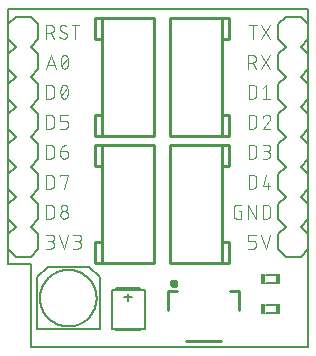
<source format=gto>
G04 EAGLE Gerber RS-274X export*
G75*
%MOMM*%
%FSLAX34Y34*%
%LPD*%
%INSilk top*%
%IPPOS*%
%AMOC8*
5,1,8,0,0,1.08239X$1,22.5*%
G01*
%ADD10C,0.203200*%
%ADD11C,0.152400*%
%ADD12C,0.254000*%
%ADD13C,0.400000*%
%ADD14C,0.127000*%
%ADD15R,0.406400X0.863600*%
%ADD16C,0.101600*%


D10*
X90945Y60820D02*
X118605Y60820D01*
D11*
X114935Y62230D02*
X94615Y62230D01*
D10*
X118605Y60820D02*
X118605Y28080D01*
X90945Y28080D02*
X90945Y60820D01*
D11*
X94615Y26670D02*
X114935Y26670D01*
D10*
X118605Y28080D02*
X90945Y28080D01*
X104775Y51250D02*
X104775Y57550D01*
X107775Y54450D02*
X101475Y54450D01*
D12*
X153275Y17500D02*
X183275Y17500D01*
X138275Y43500D02*
X138275Y60000D01*
X190775Y60000D02*
X198275Y60000D01*
X198275Y43500D01*
X145775Y60000D02*
X138275Y60000D01*
D13*
X141861Y66500D02*
X141863Y66575D01*
X141869Y66649D01*
X141879Y66723D01*
X141892Y66796D01*
X141910Y66869D01*
X141931Y66940D01*
X141956Y67011D01*
X141985Y67080D01*
X142018Y67147D01*
X142054Y67212D01*
X142093Y67276D01*
X142135Y67337D01*
X142181Y67396D01*
X142230Y67453D01*
X142282Y67506D01*
X142336Y67557D01*
X142393Y67606D01*
X142453Y67650D01*
X142515Y67692D01*
X142579Y67731D01*
X142645Y67766D01*
X142712Y67797D01*
X142782Y67825D01*
X142852Y67849D01*
X142924Y67870D01*
X142997Y67886D01*
X143070Y67899D01*
X143145Y67908D01*
X143219Y67913D01*
X143294Y67914D01*
X143368Y67911D01*
X143443Y67904D01*
X143516Y67893D01*
X143590Y67879D01*
X143662Y67860D01*
X143733Y67838D01*
X143803Y67812D01*
X143872Y67782D01*
X143938Y67749D01*
X144003Y67712D01*
X144066Y67672D01*
X144127Y67628D01*
X144185Y67582D01*
X144241Y67532D01*
X144294Y67480D01*
X144345Y67425D01*
X144392Y67367D01*
X144436Y67307D01*
X144477Y67244D01*
X144515Y67180D01*
X144549Y67114D01*
X144580Y67045D01*
X144607Y66976D01*
X144630Y66905D01*
X144649Y66833D01*
X144665Y66760D01*
X144677Y66686D01*
X144685Y66612D01*
X144689Y66537D01*
X144689Y66463D01*
X144685Y66388D01*
X144677Y66314D01*
X144665Y66240D01*
X144649Y66167D01*
X144630Y66095D01*
X144607Y66024D01*
X144580Y65955D01*
X144549Y65886D01*
X144515Y65820D01*
X144477Y65756D01*
X144436Y65693D01*
X144392Y65633D01*
X144345Y65575D01*
X144294Y65520D01*
X144241Y65468D01*
X144185Y65418D01*
X144127Y65372D01*
X144066Y65328D01*
X144003Y65288D01*
X143938Y65251D01*
X143872Y65218D01*
X143803Y65188D01*
X143733Y65162D01*
X143662Y65140D01*
X143590Y65121D01*
X143516Y65107D01*
X143443Y65096D01*
X143368Y65089D01*
X143294Y65086D01*
X143219Y65087D01*
X143145Y65092D01*
X143070Y65101D01*
X142997Y65114D01*
X142924Y65130D01*
X142852Y65151D01*
X142782Y65175D01*
X142712Y65203D01*
X142645Y65234D01*
X142579Y65269D01*
X142515Y65308D01*
X142453Y65350D01*
X142393Y65394D01*
X142336Y65443D01*
X142282Y65494D01*
X142230Y65547D01*
X142181Y65604D01*
X142135Y65663D01*
X142093Y65724D01*
X142054Y65788D01*
X142018Y65853D01*
X141985Y65920D01*
X141956Y65989D01*
X141931Y66060D01*
X141910Y66131D01*
X141892Y66204D01*
X141879Y66277D01*
X141869Y66351D01*
X141863Y66425D01*
X141861Y66500D01*
D14*
X151925Y191300D02*
X171925Y191300D01*
D12*
X176925Y291300D02*
X146925Y291300D01*
X139925Y191300D02*
X183925Y191300D01*
X183925Y209300D01*
X183925Y273300D02*
X183925Y291300D01*
X139925Y291300D01*
X139925Y191300D01*
X183925Y191300D02*
X189925Y191300D01*
X189925Y209300D01*
X183925Y209300D01*
X183925Y273300D01*
X189925Y273300D01*
X189925Y291300D01*
X183925Y291300D01*
D14*
X114775Y291300D02*
X94775Y291300D01*
D12*
X89775Y191300D02*
X119775Y191300D01*
X126775Y291300D02*
X82775Y291300D01*
X82775Y273300D01*
X82775Y209300D02*
X82775Y191300D01*
X126775Y191300D01*
X126775Y291300D01*
X82775Y291300D02*
X76775Y291300D01*
X76775Y273300D01*
X82775Y273300D01*
X82775Y209300D01*
X76775Y209300D01*
X76775Y191300D01*
X82775Y191300D01*
D14*
X151925Y83350D02*
X171925Y83350D01*
D12*
X176925Y183350D02*
X146925Y183350D01*
X139925Y83350D02*
X183925Y83350D01*
X183925Y101350D01*
X183925Y165350D02*
X183925Y183350D01*
X139925Y183350D01*
X139925Y83350D01*
X183925Y83350D02*
X189925Y83350D01*
X189925Y101350D01*
X183925Y101350D01*
X183925Y165350D01*
X189925Y165350D01*
X189925Y183350D01*
X183925Y183350D01*
D14*
X114775Y183350D02*
X94775Y183350D01*
D12*
X89775Y83350D02*
X119775Y83350D01*
X126775Y183350D02*
X82775Y183350D01*
X82775Y165350D01*
X82775Y101350D02*
X82775Y83350D01*
X126775Y83350D01*
X126775Y183350D01*
X82775Y183350D02*
X76775Y183350D01*
X76775Y165350D01*
X82775Y165350D01*
X82775Y101350D01*
X76775Y101350D01*
X76775Y83350D01*
X82775Y83350D01*
D11*
X221105Y66290D02*
X229745Y66290D01*
X229745Y73410D02*
X221105Y73410D01*
D15*
X231775Y69850D03*
X219075Y69850D03*
D11*
X221105Y40890D02*
X229745Y40890D01*
X229745Y48010D02*
X221105Y48010D01*
D15*
X231775Y44450D03*
X219075Y44450D03*
D14*
X28575Y209550D02*
X22225Y215900D01*
X28575Y209550D02*
X28575Y196850D01*
X22225Y190500D01*
X28575Y184150D01*
X28575Y171450D01*
X22225Y165100D01*
X28575Y158750D01*
X28575Y146050D01*
X22225Y139700D01*
X28575Y133350D01*
X28575Y120650D01*
X22225Y114300D01*
X3175Y209550D02*
X9525Y215900D01*
X3175Y196850D02*
X9525Y190500D01*
X3175Y184150D01*
X3175Y171450D02*
X9525Y165100D01*
X3175Y158750D01*
X3175Y146050D02*
X9525Y139700D01*
X3175Y133350D01*
X3175Y120650D02*
X9525Y114300D01*
D16*
X35433Y146558D02*
X35433Y158242D01*
X38679Y158242D01*
X38792Y158240D01*
X38905Y158234D01*
X39018Y158224D01*
X39131Y158210D01*
X39243Y158193D01*
X39354Y158171D01*
X39464Y158146D01*
X39574Y158116D01*
X39682Y158083D01*
X39789Y158046D01*
X39895Y158006D01*
X39999Y157961D01*
X40102Y157913D01*
X40203Y157862D01*
X40302Y157807D01*
X40399Y157749D01*
X40494Y157687D01*
X40587Y157622D01*
X40677Y157554D01*
X40765Y157483D01*
X40851Y157408D01*
X40934Y157331D01*
X41014Y157251D01*
X41091Y157168D01*
X41166Y157082D01*
X41237Y156994D01*
X41305Y156904D01*
X41370Y156811D01*
X41432Y156716D01*
X41490Y156619D01*
X41545Y156520D01*
X41596Y156419D01*
X41644Y156316D01*
X41689Y156212D01*
X41729Y156106D01*
X41766Y155999D01*
X41799Y155891D01*
X41829Y155781D01*
X41854Y155671D01*
X41876Y155560D01*
X41893Y155448D01*
X41907Y155335D01*
X41917Y155222D01*
X41923Y155109D01*
X41925Y154996D01*
X41924Y154996D02*
X41924Y149804D01*
X41925Y149804D02*
X41923Y149691D01*
X41917Y149578D01*
X41907Y149465D01*
X41893Y149352D01*
X41876Y149240D01*
X41854Y149129D01*
X41829Y149019D01*
X41799Y148909D01*
X41766Y148801D01*
X41729Y148694D01*
X41689Y148588D01*
X41644Y148484D01*
X41596Y148381D01*
X41545Y148280D01*
X41490Y148181D01*
X41432Y148084D01*
X41370Y147989D01*
X41305Y147896D01*
X41237Y147806D01*
X41166Y147718D01*
X41091Y147632D01*
X41014Y147549D01*
X40934Y147469D01*
X40851Y147392D01*
X40765Y147317D01*
X40677Y147246D01*
X40587Y147178D01*
X40494Y147113D01*
X40399Y147051D01*
X40302Y146993D01*
X40203Y146938D01*
X40102Y146887D01*
X39999Y146839D01*
X39895Y146794D01*
X39789Y146754D01*
X39682Y146717D01*
X39574Y146684D01*
X39464Y146654D01*
X39354Y146629D01*
X39243Y146607D01*
X39131Y146590D01*
X39018Y146576D01*
X38905Y146566D01*
X38792Y146560D01*
X38679Y146558D01*
X35433Y146558D01*
X47244Y156944D02*
X47244Y158242D01*
X53735Y158242D01*
X50490Y146558D01*
D14*
X3175Y298450D02*
X257175Y298450D01*
X257175Y285750D01*
X257175Y273050D01*
X257175Y260350D01*
X257175Y247650D01*
X257175Y234950D01*
X257175Y222250D01*
X257175Y12700D01*
D16*
X35433Y171958D02*
X35433Y183642D01*
X38679Y183642D01*
X38792Y183640D01*
X38905Y183634D01*
X39018Y183624D01*
X39131Y183610D01*
X39243Y183593D01*
X39354Y183571D01*
X39464Y183546D01*
X39574Y183516D01*
X39682Y183483D01*
X39789Y183446D01*
X39895Y183406D01*
X39999Y183361D01*
X40102Y183313D01*
X40203Y183262D01*
X40302Y183207D01*
X40399Y183149D01*
X40494Y183087D01*
X40587Y183022D01*
X40677Y182954D01*
X40765Y182883D01*
X40851Y182808D01*
X40934Y182731D01*
X41014Y182651D01*
X41091Y182568D01*
X41166Y182482D01*
X41237Y182394D01*
X41305Y182304D01*
X41370Y182211D01*
X41432Y182116D01*
X41490Y182019D01*
X41545Y181920D01*
X41596Y181819D01*
X41644Y181716D01*
X41689Y181612D01*
X41729Y181506D01*
X41766Y181399D01*
X41799Y181291D01*
X41829Y181181D01*
X41854Y181071D01*
X41876Y180960D01*
X41893Y180848D01*
X41907Y180735D01*
X41917Y180622D01*
X41923Y180509D01*
X41925Y180396D01*
X41924Y180396D02*
X41924Y175204D01*
X41925Y175204D02*
X41923Y175091D01*
X41917Y174978D01*
X41907Y174865D01*
X41893Y174752D01*
X41876Y174640D01*
X41854Y174529D01*
X41829Y174419D01*
X41799Y174309D01*
X41766Y174201D01*
X41729Y174094D01*
X41689Y173988D01*
X41644Y173884D01*
X41596Y173781D01*
X41545Y173680D01*
X41490Y173581D01*
X41432Y173484D01*
X41370Y173389D01*
X41305Y173296D01*
X41237Y173206D01*
X41166Y173118D01*
X41091Y173032D01*
X41014Y172949D01*
X40934Y172869D01*
X40851Y172792D01*
X40765Y172717D01*
X40677Y172646D01*
X40587Y172578D01*
X40494Y172513D01*
X40399Y172451D01*
X40302Y172393D01*
X40203Y172338D01*
X40102Y172287D01*
X39999Y172239D01*
X39895Y172194D01*
X39789Y172154D01*
X39682Y172117D01*
X39574Y172084D01*
X39464Y172054D01*
X39354Y172029D01*
X39243Y172007D01*
X39131Y171990D01*
X39018Y171976D01*
X38905Y171966D01*
X38792Y171960D01*
X38679Y171958D01*
X35433Y171958D01*
X47244Y178449D02*
X51139Y178449D01*
X51238Y178447D01*
X51338Y178441D01*
X51437Y178432D01*
X51535Y178419D01*
X51633Y178402D01*
X51731Y178381D01*
X51827Y178356D01*
X51922Y178328D01*
X52016Y178296D01*
X52109Y178261D01*
X52201Y178222D01*
X52291Y178179D01*
X52379Y178134D01*
X52466Y178084D01*
X52550Y178032D01*
X52633Y177976D01*
X52713Y177918D01*
X52791Y177856D01*
X52866Y177791D01*
X52939Y177723D01*
X53009Y177653D01*
X53077Y177580D01*
X53142Y177505D01*
X53204Y177427D01*
X53262Y177347D01*
X53318Y177264D01*
X53370Y177180D01*
X53420Y177093D01*
X53465Y177005D01*
X53508Y176915D01*
X53547Y176823D01*
X53582Y176730D01*
X53614Y176636D01*
X53642Y176541D01*
X53667Y176445D01*
X53688Y176347D01*
X53705Y176249D01*
X53718Y176151D01*
X53727Y176052D01*
X53733Y175952D01*
X53735Y175853D01*
X53735Y175204D01*
X53736Y175204D02*
X53734Y175091D01*
X53728Y174978D01*
X53718Y174865D01*
X53704Y174752D01*
X53687Y174640D01*
X53665Y174529D01*
X53640Y174419D01*
X53610Y174309D01*
X53577Y174201D01*
X53540Y174094D01*
X53500Y173988D01*
X53455Y173884D01*
X53407Y173781D01*
X53356Y173680D01*
X53301Y173581D01*
X53243Y173484D01*
X53181Y173389D01*
X53116Y173296D01*
X53048Y173206D01*
X52977Y173118D01*
X52902Y173032D01*
X52825Y172949D01*
X52745Y172869D01*
X52662Y172792D01*
X52576Y172717D01*
X52488Y172646D01*
X52398Y172578D01*
X52305Y172513D01*
X52210Y172451D01*
X52113Y172393D01*
X52014Y172338D01*
X51913Y172287D01*
X51810Y172239D01*
X51706Y172194D01*
X51600Y172154D01*
X51493Y172117D01*
X51385Y172084D01*
X51275Y172054D01*
X51165Y172029D01*
X51054Y172007D01*
X50942Y171990D01*
X50829Y171976D01*
X50716Y171966D01*
X50603Y171960D01*
X50490Y171958D01*
X50377Y171960D01*
X50264Y171966D01*
X50151Y171976D01*
X50038Y171990D01*
X49926Y172007D01*
X49815Y172029D01*
X49705Y172054D01*
X49595Y172084D01*
X49487Y172117D01*
X49380Y172154D01*
X49274Y172194D01*
X49170Y172239D01*
X49067Y172287D01*
X48966Y172338D01*
X48867Y172393D01*
X48770Y172451D01*
X48675Y172513D01*
X48582Y172578D01*
X48492Y172646D01*
X48404Y172717D01*
X48318Y172792D01*
X48235Y172869D01*
X48155Y172949D01*
X48078Y173032D01*
X48003Y173118D01*
X47932Y173206D01*
X47864Y173296D01*
X47799Y173389D01*
X47737Y173484D01*
X47679Y173581D01*
X47624Y173680D01*
X47573Y173781D01*
X47525Y173884D01*
X47480Y173988D01*
X47440Y174094D01*
X47403Y174201D01*
X47370Y174309D01*
X47340Y174419D01*
X47315Y174529D01*
X47293Y174640D01*
X47276Y174752D01*
X47262Y174865D01*
X47252Y174978D01*
X47246Y175091D01*
X47244Y175204D01*
X47244Y178449D01*
X47246Y178592D01*
X47252Y178735D01*
X47262Y178878D01*
X47276Y179020D01*
X47293Y179162D01*
X47315Y179304D01*
X47340Y179445D01*
X47370Y179585D01*
X47403Y179724D01*
X47440Y179862D01*
X47481Y179999D01*
X47525Y180135D01*
X47574Y180270D01*
X47626Y180403D01*
X47681Y180535D01*
X47741Y180665D01*
X47804Y180794D01*
X47870Y180921D01*
X47940Y181045D01*
X48013Y181168D01*
X48090Y181289D01*
X48170Y181408D01*
X48253Y181524D01*
X48339Y181639D01*
X48428Y181750D01*
X48521Y181860D01*
X48616Y181966D01*
X48715Y182070D01*
X48816Y182171D01*
X48920Y182270D01*
X49026Y182365D01*
X49136Y182458D01*
X49247Y182547D01*
X49362Y182633D01*
X49478Y182716D01*
X49597Y182796D01*
X49718Y182873D01*
X49840Y182946D01*
X49965Y183016D01*
X50092Y183082D01*
X50221Y183145D01*
X50351Y183205D01*
X50483Y183260D01*
X50616Y183312D01*
X50751Y183361D01*
X50887Y183405D01*
X51024Y183446D01*
X51162Y183483D01*
X51301Y183516D01*
X51441Y183546D01*
X51582Y183571D01*
X51724Y183593D01*
X51866Y183610D01*
X52008Y183624D01*
X52151Y183634D01*
X52294Y183640D01*
X52437Y183642D01*
X35433Y197358D02*
X35433Y209042D01*
X38679Y209042D01*
X38792Y209040D01*
X38905Y209034D01*
X39018Y209024D01*
X39131Y209010D01*
X39243Y208993D01*
X39354Y208971D01*
X39464Y208946D01*
X39574Y208916D01*
X39682Y208883D01*
X39789Y208846D01*
X39895Y208806D01*
X39999Y208761D01*
X40102Y208713D01*
X40203Y208662D01*
X40302Y208607D01*
X40399Y208549D01*
X40494Y208487D01*
X40587Y208422D01*
X40677Y208354D01*
X40765Y208283D01*
X40851Y208208D01*
X40934Y208131D01*
X41014Y208051D01*
X41091Y207968D01*
X41166Y207882D01*
X41237Y207794D01*
X41305Y207704D01*
X41370Y207611D01*
X41432Y207516D01*
X41490Y207419D01*
X41545Y207320D01*
X41596Y207219D01*
X41644Y207116D01*
X41689Y207012D01*
X41729Y206906D01*
X41766Y206799D01*
X41799Y206691D01*
X41829Y206581D01*
X41854Y206471D01*
X41876Y206360D01*
X41893Y206248D01*
X41907Y206135D01*
X41917Y206022D01*
X41923Y205909D01*
X41925Y205796D01*
X41924Y205796D02*
X41924Y200604D01*
X41925Y200604D02*
X41923Y200491D01*
X41917Y200378D01*
X41907Y200265D01*
X41893Y200152D01*
X41876Y200040D01*
X41854Y199929D01*
X41829Y199819D01*
X41799Y199709D01*
X41766Y199601D01*
X41729Y199494D01*
X41689Y199388D01*
X41644Y199284D01*
X41596Y199181D01*
X41545Y199080D01*
X41490Y198981D01*
X41432Y198884D01*
X41370Y198789D01*
X41305Y198696D01*
X41237Y198606D01*
X41166Y198518D01*
X41091Y198432D01*
X41014Y198349D01*
X40934Y198269D01*
X40851Y198192D01*
X40765Y198117D01*
X40677Y198046D01*
X40587Y197978D01*
X40494Y197913D01*
X40399Y197851D01*
X40302Y197793D01*
X40203Y197738D01*
X40102Y197687D01*
X39999Y197639D01*
X39895Y197594D01*
X39789Y197554D01*
X39682Y197517D01*
X39574Y197484D01*
X39464Y197454D01*
X39354Y197429D01*
X39243Y197407D01*
X39131Y197390D01*
X39018Y197376D01*
X38905Y197366D01*
X38792Y197360D01*
X38679Y197358D01*
X35433Y197358D01*
X47244Y197358D02*
X51139Y197358D01*
X51238Y197360D01*
X51338Y197366D01*
X51437Y197375D01*
X51535Y197388D01*
X51633Y197405D01*
X51731Y197426D01*
X51827Y197451D01*
X51922Y197479D01*
X52016Y197511D01*
X52109Y197546D01*
X52201Y197585D01*
X52291Y197628D01*
X52379Y197673D01*
X52466Y197723D01*
X52550Y197775D01*
X52633Y197831D01*
X52713Y197889D01*
X52791Y197951D01*
X52866Y198016D01*
X52939Y198084D01*
X53009Y198154D01*
X53077Y198227D01*
X53142Y198302D01*
X53204Y198380D01*
X53262Y198460D01*
X53318Y198543D01*
X53370Y198627D01*
X53420Y198714D01*
X53465Y198802D01*
X53508Y198892D01*
X53547Y198984D01*
X53582Y199077D01*
X53614Y199171D01*
X53642Y199266D01*
X53667Y199362D01*
X53688Y199460D01*
X53705Y199558D01*
X53718Y199656D01*
X53727Y199755D01*
X53733Y199855D01*
X53735Y199954D01*
X53735Y201253D01*
X53733Y201352D01*
X53727Y201452D01*
X53718Y201551D01*
X53705Y201649D01*
X53688Y201747D01*
X53667Y201845D01*
X53642Y201941D01*
X53614Y202036D01*
X53582Y202130D01*
X53547Y202223D01*
X53508Y202315D01*
X53465Y202405D01*
X53420Y202493D01*
X53370Y202580D01*
X53318Y202664D01*
X53262Y202747D01*
X53204Y202827D01*
X53142Y202905D01*
X53077Y202980D01*
X53009Y203053D01*
X52939Y203123D01*
X52866Y203191D01*
X52791Y203256D01*
X52713Y203318D01*
X52633Y203376D01*
X52550Y203432D01*
X52466Y203484D01*
X52379Y203534D01*
X52291Y203579D01*
X52201Y203622D01*
X52109Y203661D01*
X52016Y203696D01*
X51922Y203728D01*
X51827Y203756D01*
X51731Y203781D01*
X51633Y203802D01*
X51535Y203819D01*
X51437Y203832D01*
X51338Y203841D01*
X51238Y203847D01*
X51139Y203849D01*
X47244Y203849D01*
X47244Y209042D01*
X53735Y209042D01*
X35433Y132842D02*
X35433Y121158D01*
X35433Y132842D02*
X38679Y132842D01*
X38792Y132840D01*
X38905Y132834D01*
X39018Y132824D01*
X39131Y132810D01*
X39243Y132793D01*
X39354Y132771D01*
X39464Y132746D01*
X39574Y132716D01*
X39682Y132683D01*
X39789Y132646D01*
X39895Y132606D01*
X39999Y132561D01*
X40102Y132513D01*
X40203Y132462D01*
X40302Y132407D01*
X40399Y132349D01*
X40494Y132287D01*
X40587Y132222D01*
X40677Y132154D01*
X40765Y132083D01*
X40851Y132008D01*
X40934Y131931D01*
X41014Y131851D01*
X41091Y131768D01*
X41166Y131682D01*
X41237Y131594D01*
X41305Y131504D01*
X41370Y131411D01*
X41432Y131316D01*
X41490Y131219D01*
X41545Y131120D01*
X41596Y131019D01*
X41644Y130916D01*
X41689Y130812D01*
X41729Y130706D01*
X41766Y130599D01*
X41799Y130491D01*
X41829Y130381D01*
X41854Y130271D01*
X41876Y130160D01*
X41893Y130048D01*
X41907Y129935D01*
X41917Y129822D01*
X41923Y129709D01*
X41925Y129596D01*
X41924Y129596D02*
X41924Y124404D01*
X41925Y124404D02*
X41923Y124291D01*
X41917Y124178D01*
X41907Y124065D01*
X41893Y123952D01*
X41876Y123840D01*
X41854Y123729D01*
X41829Y123619D01*
X41799Y123509D01*
X41766Y123401D01*
X41729Y123294D01*
X41689Y123188D01*
X41644Y123084D01*
X41596Y122981D01*
X41545Y122880D01*
X41490Y122781D01*
X41432Y122684D01*
X41370Y122589D01*
X41305Y122496D01*
X41237Y122406D01*
X41166Y122318D01*
X41091Y122232D01*
X41014Y122149D01*
X40934Y122069D01*
X40851Y121992D01*
X40765Y121917D01*
X40677Y121846D01*
X40587Y121778D01*
X40494Y121713D01*
X40399Y121651D01*
X40302Y121593D01*
X40203Y121538D01*
X40102Y121487D01*
X39999Y121439D01*
X39895Y121394D01*
X39789Y121354D01*
X39682Y121317D01*
X39574Y121284D01*
X39464Y121254D01*
X39354Y121229D01*
X39243Y121207D01*
X39131Y121190D01*
X39018Y121176D01*
X38905Y121166D01*
X38792Y121160D01*
X38679Y121158D01*
X35433Y121158D01*
X47244Y124404D02*
X47246Y124517D01*
X47252Y124630D01*
X47262Y124743D01*
X47276Y124856D01*
X47293Y124968D01*
X47315Y125079D01*
X47340Y125189D01*
X47370Y125299D01*
X47403Y125407D01*
X47440Y125514D01*
X47480Y125620D01*
X47525Y125724D01*
X47573Y125827D01*
X47624Y125928D01*
X47679Y126027D01*
X47737Y126124D01*
X47799Y126219D01*
X47864Y126312D01*
X47932Y126402D01*
X48003Y126490D01*
X48078Y126576D01*
X48155Y126659D01*
X48235Y126739D01*
X48318Y126816D01*
X48404Y126891D01*
X48492Y126962D01*
X48582Y127030D01*
X48675Y127095D01*
X48770Y127157D01*
X48867Y127215D01*
X48966Y127270D01*
X49067Y127321D01*
X49170Y127369D01*
X49274Y127414D01*
X49380Y127454D01*
X49487Y127491D01*
X49595Y127524D01*
X49705Y127554D01*
X49815Y127579D01*
X49926Y127601D01*
X50038Y127618D01*
X50151Y127632D01*
X50264Y127642D01*
X50377Y127648D01*
X50490Y127650D01*
X50603Y127648D01*
X50716Y127642D01*
X50829Y127632D01*
X50942Y127618D01*
X51054Y127601D01*
X51165Y127579D01*
X51275Y127554D01*
X51385Y127524D01*
X51493Y127491D01*
X51600Y127454D01*
X51706Y127414D01*
X51810Y127369D01*
X51913Y127321D01*
X52014Y127270D01*
X52113Y127215D01*
X52210Y127157D01*
X52305Y127095D01*
X52398Y127030D01*
X52488Y126962D01*
X52576Y126891D01*
X52662Y126816D01*
X52745Y126739D01*
X52825Y126659D01*
X52902Y126576D01*
X52977Y126490D01*
X53048Y126402D01*
X53116Y126312D01*
X53181Y126219D01*
X53243Y126124D01*
X53301Y126027D01*
X53356Y125928D01*
X53407Y125827D01*
X53455Y125724D01*
X53500Y125620D01*
X53540Y125514D01*
X53577Y125407D01*
X53610Y125299D01*
X53640Y125189D01*
X53665Y125079D01*
X53687Y124968D01*
X53704Y124856D01*
X53718Y124743D01*
X53728Y124630D01*
X53734Y124517D01*
X53736Y124404D01*
X53734Y124291D01*
X53728Y124178D01*
X53718Y124065D01*
X53704Y123952D01*
X53687Y123840D01*
X53665Y123729D01*
X53640Y123619D01*
X53610Y123509D01*
X53577Y123401D01*
X53540Y123294D01*
X53500Y123188D01*
X53455Y123084D01*
X53407Y122981D01*
X53356Y122880D01*
X53301Y122781D01*
X53243Y122684D01*
X53181Y122589D01*
X53116Y122496D01*
X53048Y122406D01*
X52977Y122318D01*
X52902Y122232D01*
X52825Y122149D01*
X52745Y122069D01*
X52662Y121992D01*
X52576Y121917D01*
X52488Y121846D01*
X52398Y121778D01*
X52305Y121713D01*
X52210Y121651D01*
X52113Y121593D01*
X52014Y121538D01*
X51913Y121487D01*
X51810Y121439D01*
X51706Y121394D01*
X51600Y121354D01*
X51493Y121317D01*
X51385Y121284D01*
X51275Y121254D01*
X51165Y121229D01*
X51054Y121207D01*
X50942Y121190D01*
X50829Y121176D01*
X50716Y121166D01*
X50603Y121160D01*
X50490Y121158D01*
X50377Y121160D01*
X50264Y121166D01*
X50151Y121176D01*
X50038Y121190D01*
X49926Y121207D01*
X49815Y121229D01*
X49705Y121254D01*
X49595Y121284D01*
X49487Y121317D01*
X49380Y121354D01*
X49274Y121394D01*
X49170Y121439D01*
X49067Y121487D01*
X48966Y121538D01*
X48867Y121593D01*
X48770Y121651D01*
X48675Y121713D01*
X48582Y121778D01*
X48492Y121846D01*
X48404Y121917D01*
X48318Y121992D01*
X48235Y122069D01*
X48155Y122149D01*
X48078Y122232D01*
X48003Y122318D01*
X47932Y122406D01*
X47864Y122496D01*
X47799Y122589D01*
X47737Y122684D01*
X47679Y122781D01*
X47624Y122880D01*
X47573Y122981D01*
X47525Y123084D01*
X47480Y123188D01*
X47440Y123294D01*
X47403Y123401D01*
X47370Y123509D01*
X47340Y123619D01*
X47315Y123729D01*
X47293Y123840D01*
X47276Y123952D01*
X47262Y124065D01*
X47252Y124178D01*
X47246Y124291D01*
X47244Y124404D01*
X47894Y130246D02*
X47896Y130347D01*
X47902Y130447D01*
X47912Y130547D01*
X47925Y130647D01*
X47943Y130746D01*
X47964Y130845D01*
X47989Y130942D01*
X48018Y131039D01*
X48051Y131134D01*
X48087Y131228D01*
X48127Y131320D01*
X48170Y131411D01*
X48217Y131500D01*
X48267Y131587D01*
X48321Y131673D01*
X48378Y131756D01*
X48438Y131836D01*
X48501Y131915D01*
X48568Y131991D01*
X48637Y132064D01*
X48709Y132134D01*
X48783Y132202D01*
X48860Y132267D01*
X48940Y132328D01*
X49022Y132387D01*
X49106Y132442D01*
X49192Y132494D01*
X49280Y132543D01*
X49370Y132588D01*
X49462Y132630D01*
X49555Y132668D01*
X49650Y132702D01*
X49745Y132733D01*
X49842Y132760D01*
X49940Y132783D01*
X50039Y132803D01*
X50139Y132818D01*
X50239Y132830D01*
X50339Y132838D01*
X50440Y132842D01*
X50540Y132842D01*
X50641Y132838D01*
X50741Y132830D01*
X50841Y132818D01*
X50941Y132803D01*
X51040Y132783D01*
X51138Y132760D01*
X51235Y132733D01*
X51330Y132702D01*
X51425Y132668D01*
X51518Y132630D01*
X51610Y132588D01*
X51700Y132543D01*
X51788Y132494D01*
X51874Y132442D01*
X51958Y132387D01*
X52040Y132328D01*
X52120Y132267D01*
X52197Y132202D01*
X52271Y132134D01*
X52343Y132064D01*
X52412Y131991D01*
X52479Y131915D01*
X52542Y131836D01*
X52602Y131756D01*
X52659Y131673D01*
X52713Y131587D01*
X52763Y131500D01*
X52810Y131411D01*
X52853Y131320D01*
X52893Y131228D01*
X52929Y131134D01*
X52962Y131039D01*
X52991Y130942D01*
X53016Y130845D01*
X53037Y130746D01*
X53055Y130647D01*
X53068Y130547D01*
X53078Y130447D01*
X53084Y130347D01*
X53086Y130246D01*
X53084Y130145D01*
X53078Y130045D01*
X53068Y129945D01*
X53055Y129845D01*
X53037Y129746D01*
X53016Y129647D01*
X52991Y129550D01*
X52962Y129453D01*
X52929Y129358D01*
X52893Y129264D01*
X52853Y129172D01*
X52810Y129081D01*
X52763Y128992D01*
X52713Y128905D01*
X52659Y128819D01*
X52602Y128736D01*
X52542Y128656D01*
X52479Y128577D01*
X52412Y128501D01*
X52343Y128428D01*
X52271Y128358D01*
X52197Y128290D01*
X52120Y128225D01*
X52040Y128164D01*
X51958Y128105D01*
X51874Y128050D01*
X51788Y127998D01*
X51700Y127949D01*
X51610Y127904D01*
X51518Y127862D01*
X51425Y127824D01*
X51330Y127790D01*
X51235Y127759D01*
X51138Y127732D01*
X51040Y127709D01*
X50941Y127689D01*
X50841Y127674D01*
X50741Y127662D01*
X50641Y127654D01*
X50540Y127650D01*
X50440Y127650D01*
X50339Y127654D01*
X50239Y127662D01*
X50139Y127674D01*
X50039Y127689D01*
X49940Y127709D01*
X49842Y127732D01*
X49745Y127759D01*
X49650Y127790D01*
X49555Y127824D01*
X49462Y127862D01*
X49370Y127904D01*
X49280Y127949D01*
X49192Y127998D01*
X49106Y128050D01*
X49022Y128105D01*
X48940Y128164D01*
X48860Y128225D01*
X48783Y128290D01*
X48709Y128358D01*
X48637Y128428D01*
X48568Y128501D01*
X48501Y128577D01*
X48438Y128656D01*
X48378Y128736D01*
X48321Y128819D01*
X48267Y128905D01*
X48217Y128992D01*
X48170Y129081D01*
X48127Y129172D01*
X48087Y129264D01*
X48051Y129358D01*
X48018Y129453D01*
X47989Y129550D01*
X47964Y129647D01*
X47943Y129746D01*
X47925Y129845D01*
X47912Y129945D01*
X47902Y130045D01*
X47896Y130145D01*
X47894Y130246D01*
D14*
X3175Y222250D02*
X3175Y234950D01*
X3175Y247650D01*
X3175Y260350D01*
X3175Y273050D01*
X3175Y285750D01*
X3175Y298450D01*
X9525Y114300D02*
X3175Y107950D01*
X3175Y95250D02*
X9525Y88900D01*
X22225Y88900D01*
X28575Y95250D01*
X28575Y107950D01*
X22225Y114300D01*
D16*
X35433Y95758D02*
X38679Y95758D01*
X38792Y95760D01*
X38905Y95766D01*
X39018Y95776D01*
X39131Y95790D01*
X39243Y95807D01*
X39354Y95829D01*
X39464Y95854D01*
X39574Y95884D01*
X39682Y95917D01*
X39789Y95954D01*
X39895Y95994D01*
X39999Y96039D01*
X40102Y96087D01*
X40203Y96138D01*
X40302Y96193D01*
X40399Y96251D01*
X40494Y96313D01*
X40587Y96378D01*
X40677Y96446D01*
X40765Y96517D01*
X40851Y96592D01*
X40934Y96669D01*
X41014Y96749D01*
X41091Y96832D01*
X41166Y96918D01*
X41237Y97006D01*
X41305Y97096D01*
X41370Y97189D01*
X41432Y97284D01*
X41490Y97381D01*
X41545Y97480D01*
X41596Y97581D01*
X41644Y97684D01*
X41689Y97788D01*
X41729Y97894D01*
X41766Y98001D01*
X41799Y98109D01*
X41829Y98219D01*
X41854Y98329D01*
X41876Y98440D01*
X41893Y98552D01*
X41907Y98665D01*
X41917Y98778D01*
X41923Y98891D01*
X41925Y99004D01*
X41923Y99117D01*
X41917Y99230D01*
X41907Y99343D01*
X41893Y99456D01*
X41876Y99568D01*
X41854Y99679D01*
X41829Y99789D01*
X41799Y99899D01*
X41766Y100007D01*
X41729Y100114D01*
X41689Y100220D01*
X41644Y100324D01*
X41596Y100427D01*
X41545Y100528D01*
X41490Y100627D01*
X41432Y100724D01*
X41370Y100819D01*
X41305Y100912D01*
X41237Y101002D01*
X41166Y101090D01*
X41091Y101176D01*
X41014Y101259D01*
X40934Y101339D01*
X40851Y101416D01*
X40765Y101491D01*
X40677Y101562D01*
X40587Y101630D01*
X40494Y101695D01*
X40399Y101757D01*
X40302Y101815D01*
X40203Y101870D01*
X40102Y101921D01*
X39999Y101969D01*
X39895Y102014D01*
X39789Y102054D01*
X39682Y102091D01*
X39574Y102124D01*
X39464Y102154D01*
X39354Y102179D01*
X39243Y102201D01*
X39131Y102218D01*
X39018Y102232D01*
X38905Y102242D01*
X38792Y102248D01*
X38679Y102250D01*
X39328Y107442D02*
X35433Y107442D01*
X39328Y107442D02*
X39429Y107440D01*
X39529Y107434D01*
X39629Y107424D01*
X39729Y107411D01*
X39828Y107393D01*
X39927Y107372D01*
X40024Y107347D01*
X40121Y107318D01*
X40216Y107285D01*
X40310Y107249D01*
X40402Y107209D01*
X40493Y107166D01*
X40582Y107119D01*
X40669Y107069D01*
X40755Y107015D01*
X40838Y106958D01*
X40918Y106898D01*
X40997Y106835D01*
X41073Y106768D01*
X41146Y106699D01*
X41216Y106627D01*
X41284Y106553D01*
X41349Y106476D01*
X41410Y106396D01*
X41469Y106314D01*
X41524Y106230D01*
X41576Y106144D01*
X41625Y106056D01*
X41670Y105966D01*
X41712Y105874D01*
X41750Y105781D01*
X41784Y105686D01*
X41815Y105591D01*
X41842Y105494D01*
X41865Y105396D01*
X41885Y105297D01*
X41900Y105197D01*
X41912Y105097D01*
X41920Y104997D01*
X41924Y104896D01*
X41924Y104796D01*
X41920Y104695D01*
X41912Y104595D01*
X41900Y104495D01*
X41885Y104395D01*
X41865Y104296D01*
X41842Y104198D01*
X41815Y104101D01*
X41784Y104006D01*
X41750Y103911D01*
X41712Y103818D01*
X41670Y103726D01*
X41625Y103636D01*
X41576Y103548D01*
X41524Y103462D01*
X41469Y103378D01*
X41410Y103296D01*
X41349Y103216D01*
X41284Y103139D01*
X41216Y103065D01*
X41146Y102993D01*
X41073Y102924D01*
X40997Y102857D01*
X40918Y102794D01*
X40838Y102734D01*
X40755Y102677D01*
X40669Y102623D01*
X40582Y102573D01*
X40493Y102526D01*
X40402Y102483D01*
X40310Y102443D01*
X40216Y102407D01*
X40121Y102374D01*
X40024Y102345D01*
X39927Y102320D01*
X39828Y102299D01*
X39729Y102281D01*
X39629Y102268D01*
X39529Y102258D01*
X39429Y102252D01*
X39328Y102250D01*
X39328Y102249D02*
X36731Y102249D01*
X46214Y107442D02*
X50109Y95758D01*
X54003Y107442D01*
X58293Y95758D02*
X61539Y95758D01*
X61652Y95760D01*
X61765Y95766D01*
X61878Y95776D01*
X61991Y95790D01*
X62103Y95807D01*
X62214Y95829D01*
X62324Y95854D01*
X62434Y95884D01*
X62542Y95917D01*
X62649Y95954D01*
X62755Y95994D01*
X62859Y96039D01*
X62962Y96087D01*
X63063Y96138D01*
X63162Y96193D01*
X63259Y96251D01*
X63354Y96313D01*
X63447Y96378D01*
X63537Y96446D01*
X63625Y96517D01*
X63711Y96592D01*
X63794Y96669D01*
X63874Y96749D01*
X63951Y96832D01*
X64026Y96918D01*
X64097Y97006D01*
X64165Y97096D01*
X64230Y97189D01*
X64292Y97284D01*
X64350Y97381D01*
X64405Y97480D01*
X64456Y97581D01*
X64504Y97684D01*
X64549Y97788D01*
X64589Y97894D01*
X64626Y98001D01*
X64659Y98109D01*
X64689Y98219D01*
X64714Y98329D01*
X64736Y98440D01*
X64753Y98552D01*
X64767Y98665D01*
X64777Y98778D01*
X64783Y98891D01*
X64785Y99004D01*
X64783Y99117D01*
X64777Y99230D01*
X64767Y99343D01*
X64753Y99456D01*
X64736Y99568D01*
X64714Y99679D01*
X64689Y99789D01*
X64659Y99899D01*
X64626Y100007D01*
X64589Y100114D01*
X64549Y100220D01*
X64504Y100324D01*
X64456Y100427D01*
X64405Y100528D01*
X64350Y100627D01*
X64292Y100724D01*
X64230Y100819D01*
X64165Y100912D01*
X64097Y101002D01*
X64026Y101090D01*
X63951Y101176D01*
X63874Y101259D01*
X63794Y101339D01*
X63711Y101416D01*
X63625Y101491D01*
X63537Y101562D01*
X63447Y101630D01*
X63354Y101695D01*
X63259Y101757D01*
X63162Y101815D01*
X63063Y101870D01*
X62962Y101921D01*
X62859Y101969D01*
X62755Y102014D01*
X62649Y102054D01*
X62542Y102091D01*
X62434Y102124D01*
X62324Y102154D01*
X62214Y102179D01*
X62103Y102201D01*
X61991Y102218D01*
X61878Y102232D01*
X61765Y102242D01*
X61652Y102248D01*
X61539Y102250D01*
X62188Y107442D02*
X58293Y107442D01*
X62188Y107442D02*
X62289Y107440D01*
X62389Y107434D01*
X62489Y107424D01*
X62589Y107411D01*
X62688Y107393D01*
X62787Y107372D01*
X62884Y107347D01*
X62981Y107318D01*
X63076Y107285D01*
X63170Y107249D01*
X63262Y107209D01*
X63353Y107166D01*
X63442Y107119D01*
X63529Y107069D01*
X63615Y107015D01*
X63698Y106958D01*
X63778Y106898D01*
X63857Y106835D01*
X63933Y106768D01*
X64006Y106699D01*
X64076Y106627D01*
X64144Y106553D01*
X64209Y106476D01*
X64270Y106396D01*
X64329Y106314D01*
X64384Y106230D01*
X64436Y106144D01*
X64485Y106056D01*
X64530Y105966D01*
X64572Y105874D01*
X64610Y105781D01*
X64644Y105686D01*
X64675Y105591D01*
X64702Y105494D01*
X64725Y105396D01*
X64745Y105297D01*
X64760Y105197D01*
X64772Y105097D01*
X64780Y104997D01*
X64784Y104896D01*
X64784Y104796D01*
X64780Y104695D01*
X64772Y104595D01*
X64760Y104495D01*
X64745Y104395D01*
X64725Y104296D01*
X64702Y104198D01*
X64675Y104101D01*
X64644Y104006D01*
X64610Y103911D01*
X64572Y103818D01*
X64530Y103726D01*
X64485Y103636D01*
X64436Y103548D01*
X64384Y103462D01*
X64329Y103378D01*
X64270Y103296D01*
X64209Y103216D01*
X64144Y103139D01*
X64076Y103065D01*
X64006Y102993D01*
X63933Y102924D01*
X63857Y102857D01*
X63778Y102794D01*
X63698Y102734D01*
X63615Y102677D01*
X63529Y102623D01*
X63442Y102573D01*
X63353Y102526D01*
X63262Y102483D01*
X63170Y102443D01*
X63076Y102407D01*
X62981Y102374D01*
X62884Y102345D01*
X62787Y102320D01*
X62688Y102299D01*
X62589Y102281D01*
X62489Y102268D01*
X62389Y102258D01*
X62289Y102252D01*
X62188Y102250D01*
X62188Y102249D02*
X59591Y102249D01*
X35433Y222758D02*
X35433Y234442D01*
X38679Y234442D01*
X38792Y234440D01*
X38905Y234434D01*
X39018Y234424D01*
X39131Y234410D01*
X39243Y234393D01*
X39354Y234371D01*
X39464Y234346D01*
X39574Y234316D01*
X39682Y234283D01*
X39789Y234246D01*
X39895Y234206D01*
X39999Y234161D01*
X40102Y234113D01*
X40203Y234062D01*
X40302Y234007D01*
X40399Y233949D01*
X40494Y233887D01*
X40587Y233822D01*
X40677Y233754D01*
X40765Y233683D01*
X40851Y233608D01*
X40934Y233531D01*
X41014Y233451D01*
X41091Y233368D01*
X41166Y233282D01*
X41237Y233194D01*
X41305Y233104D01*
X41370Y233011D01*
X41432Y232916D01*
X41490Y232819D01*
X41545Y232720D01*
X41596Y232619D01*
X41644Y232516D01*
X41689Y232412D01*
X41729Y232306D01*
X41766Y232199D01*
X41799Y232091D01*
X41829Y231981D01*
X41854Y231871D01*
X41876Y231760D01*
X41893Y231648D01*
X41907Y231535D01*
X41917Y231422D01*
X41923Y231309D01*
X41925Y231196D01*
X41924Y231196D02*
X41924Y226004D01*
X41925Y226004D02*
X41923Y225891D01*
X41917Y225778D01*
X41907Y225665D01*
X41893Y225552D01*
X41876Y225440D01*
X41854Y225329D01*
X41829Y225219D01*
X41799Y225109D01*
X41766Y225001D01*
X41729Y224894D01*
X41689Y224788D01*
X41644Y224684D01*
X41596Y224581D01*
X41545Y224480D01*
X41490Y224381D01*
X41432Y224284D01*
X41370Y224189D01*
X41305Y224096D01*
X41237Y224006D01*
X41166Y223918D01*
X41091Y223832D01*
X41014Y223749D01*
X40934Y223669D01*
X40851Y223592D01*
X40765Y223517D01*
X40677Y223446D01*
X40587Y223378D01*
X40494Y223313D01*
X40399Y223251D01*
X40302Y223193D01*
X40203Y223138D01*
X40102Y223087D01*
X39999Y223039D01*
X39895Y222994D01*
X39789Y222954D01*
X39682Y222917D01*
X39574Y222884D01*
X39464Y222854D01*
X39354Y222829D01*
X39243Y222807D01*
X39131Y222790D01*
X39018Y222776D01*
X38905Y222766D01*
X38792Y222760D01*
X38679Y222758D01*
X35433Y222758D01*
X47244Y228600D02*
X47247Y228830D01*
X47255Y229060D01*
X47269Y229289D01*
X47288Y229518D01*
X47313Y229747D01*
X47343Y229974D01*
X47378Y230202D01*
X47419Y230428D01*
X47465Y230653D01*
X47517Y230877D01*
X47574Y231099D01*
X47636Y231321D01*
X47704Y231540D01*
X47777Y231758D01*
X47855Y231975D01*
X47938Y232189D01*
X48026Y232401D01*
X48119Y232611D01*
X48218Y232819D01*
X48251Y232909D01*
X48287Y232998D01*
X48327Y233086D01*
X48371Y233171D01*
X48418Y233255D01*
X48468Y233337D01*
X48522Y233417D01*
X48578Y233494D01*
X48638Y233570D01*
X48701Y233643D01*
X48766Y233713D01*
X48835Y233781D01*
X48906Y233845D01*
X48979Y233907D01*
X49055Y233966D01*
X49133Y234022D01*
X49214Y234075D01*
X49296Y234124D01*
X49380Y234170D01*
X49467Y234213D01*
X49554Y234252D01*
X49644Y234288D01*
X49734Y234320D01*
X49826Y234348D01*
X49919Y234373D01*
X50013Y234394D01*
X50107Y234411D01*
X50202Y234425D01*
X50298Y234434D01*
X50394Y234440D01*
X50490Y234442D01*
X50586Y234440D01*
X50682Y234434D01*
X50778Y234425D01*
X50873Y234411D01*
X50967Y234394D01*
X51061Y234373D01*
X51154Y234348D01*
X51246Y234320D01*
X51336Y234288D01*
X51426Y234252D01*
X51513Y234213D01*
X51600Y234170D01*
X51684Y234124D01*
X51766Y234075D01*
X51847Y234022D01*
X51925Y233966D01*
X52001Y233907D01*
X52074Y233845D01*
X52145Y233781D01*
X52214Y233713D01*
X52279Y233643D01*
X52342Y233570D01*
X52402Y233494D01*
X52458Y233417D01*
X52512Y233337D01*
X52562Y233255D01*
X52609Y233171D01*
X52653Y233086D01*
X52693Y232998D01*
X52729Y232909D01*
X52762Y232819D01*
X52861Y232612D01*
X52954Y232402D01*
X53042Y232189D01*
X53125Y231975D01*
X53203Y231759D01*
X53276Y231541D01*
X53344Y231321D01*
X53406Y231100D01*
X53463Y230877D01*
X53515Y230653D01*
X53561Y230428D01*
X53602Y230202D01*
X53637Y229975D01*
X53667Y229747D01*
X53692Y229518D01*
X53711Y229289D01*
X53725Y229060D01*
X53733Y228830D01*
X53736Y228600D01*
X47244Y228600D02*
X47247Y228370D01*
X47255Y228140D01*
X47269Y227911D01*
X47288Y227682D01*
X47313Y227453D01*
X47343Y227225D01*
X47378Y226998D01*
X47419Y226772D01*
X47465Y226547D01*
X47517Y226323D01*
X47574Y226100D01*
X47636Y225879D01*
X47704Y225659D01*
X47777Y225441D01*
X47855Y225225D01*
X47938Y225011D01*
X48026Y224799D01*
X48119Y224588D01*
X48218Y224381D01*
X48251Y224291D01*
X48287Y224202D01*
X48328Y224114D01*
X48371Y224029D01*
X48418Y223945D01*
X48468Y223863D01*
X48522Y223783D01*
X48578Y223706D01*
X48638Y223630D01*
X48701Y223557D01*
X48766Y223487D01*
X48835Y223419D01*
X48906Y223355D01*
X48979Y223293D01*
X49055Y223234D01*
X49133Y223178D01*
X49214Y223125D01*
X49296Y223076D01*
X49380Y223030D01*
X49467Y222987D01*
X49554Y222948D01*
X49644Y222912D01*
X49734Y222880D01*
X49826Y222852D01*
X49919Y222827D01*
X50013Y222806D01*
X50107Y222789D01*
X50202Y222775D01*
X50298Y222766D01*
X50394Y222760D01*
X50490Y222758D01*
X52761Y224381D02*
X52860Y224588D01*
X52953Y224799D01*
X53041Y225011D01*
X53124Y225225D01*
X53202Y225441D01*
X53275Y225659D01*
X53343Y225879D01*
X53405Y226100D01*
X53462Y226323D01*
X53514Y226547D01*
X53560Y226772D01*
X53601Y226998D01*
X53636Y227225D01*
X53666Y227453D01*
X53691Y227682D01*
X53710Y227911D01*
X53724Y228140D01*
X53732Y228370D01*
X53735Y228600D01*
X52762Y224381D02*
X52729Y224291D01*
X52693Y224202D01*
X52653Y224114D01*
X52609Y224029D01*
X52562Y223945D01*
X52512Y223863D01*
X52458Y223783D01*
X52402Y223706D01*
X52342Y223630D01*
X52279Y223557D01*
X52214Y223487D01*
X52145Y223419D01*
X52074Y223355D01*
X52001Y223293D01*
X51925Y223234D01*
X51847Y223178D01*
X51766Y223125D01*
X51684Y223076D01*
X51600Y223030D01*
X51513Y222987D01*
X51426Y222948D01*
X51336Y222912D01*
X51246Y222880D01*
X51154Y222852D01*
X51061Y222827D01*
X50967Y222806D01*
X50873Y222789D01*
X50778Y222775D01*
X50682Y222766D01*
X50586Y222760D01*
X50490Y222758D01*
X47893Y225354D02*
X53086Y231846D01*
X35433Y248158D02*
X39328Y259842D01*
X43222Y248158D01*
X42249Y251079D02*
X36407Y251079D01*
X47513Y254000D02*
X47516Y254230D01*
X47524Y254460D01*
X47538Y254689D01*
X47557Y254918D01*
X47582Y255147D01*
X47612Y255374D01*
X47647Y255602D01*
X47688Y255828D01*
X47734Y256053D01*
X47786Y256277D01*
X47843Y256499D01*
X47905Y256721D01*
X47973Y256940D01*
X48046Y257158D01*
X48124Y257375D01*
X48207Y257589D01*
X48295Y257801D01*
X48388Y258011D01*
X48487Y258219D01*
X48486Y258219D02*
X48519Y258309D01*
X48555Y258398D01*
X48595Y258486D01*
X48639Y258571D01*
X48686Y258655D01*
X48736Y258737D01*
X48790Y258817D01*
X48846Y258894D01*
X48906Y258970D01*
X48969Y259043D01*
X49034Y259113D01*
X49103Y259181D01*
X49174Y259245D01*
X49247Y259307D01*
X49323Y259366D01*
X49401Y259422D01*
X49482Y259475D01*
X49564Y259524D01*
X49648Y259570D01*
X49735Y259613D01*
X49822Y259652D01*
X49912Y259688D01*
X50002Y259720D01*
X50094Y259748D01*
X50187Y259773D01*
X50281Y259794D01*
X50375Y259811D01*
X50470Y259825D01*
X50566Y259834D01*
X50662Y259840D01*
X50758Y259842D01*
X50854Y259840D01*
X50950Y259834D01*
X51046Y259825D01*
X51141Y259811D01*
X51235Y259794D01*
X51329Y259773D01*
X51422Y259748D01*
X51514Y259720D01*
X51604Y259688D01*
X51694Y259652D01*
X51781Y259613D01*
X51868Y259570D01*
X51952Y259524D01*
X52034Y259475D01*
X52115Y259422D01*
X52193Y259366D01*
X52269Y259307D01*
X52342Y259245D01*
X52413Y259181D01*
X52482Y259113D01*
X52547Y259043D01*
X52610Y258970D01*
X52670Y258894D01*
X52726Y258817D01*
X52780Y258737D01*
X52830Y258655D01*
X52877Y258571D01*
X52921Y258486D01*
X52961Y258398D01*
X52997Y258309D01*
X53030Y258219D01*
X53129Y258012D01*
X53222Y257802D01*
X53310Y257589D01*
X53393Y257375D01*
X53471Y257159D01*
X53544Y256941D01*
X53612Y256721D01*
X53674Y256500D01*
X53731Y256277D01*
X53783Y256053D01*
X53829Y255828D01*
X53870Y255602D01*
X53905Y255375D01*
X53935Y255147D01*
X53960Y254918D01*
X53979Y254689D01*
X53993Y254460D01*
X54001Y254230D01*
X54004Y254000D01*
X47512Y254000D02*
X47515Y253770D01*
X47523Y253540D01*
X47537Y253311D01*
X47556Y253082D01*
X47581Y252853D01*
X47611Y252625D01*
X47646Y252398D01*
X47687Y252172D01*
X47733Y251947D01*
X47785Y251723D01*
X47842Y251500D01*
X47904Y251279D01*
X47972Y251059D01*
X48045Y250841D01*
X48123Y250625D01*
X48206Y250411D01*
X48294Y250199D01*
X48387Y249988D01*
X48486Y249781D01*
X48519Y249691D01*
X48555Y249602D01*
X48596Y249514D01*
X48639Y249429D01*
X48686Y249345D01*
X48736Y249263D01*
X48790Y249183D01*
X48846Y249106D01*
X48906Y249030D01*
X48969Y248957D01*
X49034Y248887D01*
X49103Y248819D01*
X49174Y248755D01*
X49247Y248693D01*
X49323Y248634D01*
X49401Y248578D01*
X49482Y248525D01*
X49564Y248476D01*
X49648Y248430D01*
X49735Y248387D01*
X49822Y248348D01*
X49912Y248312D01*
X50002Y248280D01*
X50094Y248252D01*
X50187Y248227D01*
X50281Y248206D01*
X50375Y248189D01*
X50470Y248175D01*
X50566Y248166D01*
X50662Y248160D01*
X50758Y248158D01*
X53029Y249781D02*
X53128Y249988D01*
X53221Y250199D01*
X53309Y250411D01*
X53392Y250625D01*
X53470Y250841D01*
X53543Y251059D01*
X53611Y251279D01*
X53673Y251500D01*
X53730Y251723D01*
X53782Y251947D01*
X53828Y252172D01*
X53869Y252398D01*
X53904Y252625D01*
X53934Y252853D01*
X53959Y253082D01*
X53978Y253311D01*
X53992Y253540D01*
X54000Y253770D01*
X54003Y254000D01*
X53030Y249781D02*
X52997Y249691D01*
X52961Y249602D01*
X52921Y249514D01*
X52877Y249429D01*
X52830Y249345D01*
X52780Y249263D01*
X52726Y249183D01*
X52670Y249106D01*
X52610Y249030D01*
X52547Y248957D01*
X52482Y248887D01*
X52413Y248819D01*
X52342Y248755D01*
X52269Y248693D01*
X52193Y248634D01*
X52115Y248578D01*
X52034Y248525D01*
X51952Y248476D01*
X51868Y248430D01*
X51781Y248387D01*
X51694Y248348D01*
X51604Y248312D01*
X51514Y248280D01*
X51422Y248252D01*
X51329Y248227D01*
X51235Y248206D01*
X51141Y248189D01*
X51046Y248175D01*
X50950Y248166D01*
X50854Y248160D01*
X50758Y248158D01*
X48161Y250754D02*
X53354Y257246D01*
X35433Y273558D02*
X35433Y285242D01*
X38679Y285242D01*
X38792Y285240D01*
X38905Y285234D01*
X39018Y285224D01*
X39131Y285210D01*
X39243Y285193D01*
X39354Y285171D01*
X39464Y285146D01*
X39574Y285116D01*
X39682Y285083D01*
X39789Y285046D01*
X39895Y285006D01*
X39999Y284961D01*
X40102Y284913D01*
X40203Y284862D01*
X40302Y284807D01*
X40399Y284749D01*
X40494Y284687D01*
X40587Y284622D01*
X40677Y284554D01*
X40765Y284483D01*
X40851Y284408D01*
X40934Y284331D01*
X41014Y284251D01*
X41091Y284168D01*
X41166Y284082D01*
X41237Y283994D01*
X41305Y283904D01*
X41370Y283811D01*
X41432Y283716D01*
X41490Y283619D01*
X41545Y283520D01*
X41596Y283419D01*
X41644Y283316D01*
X41689Y283212D01*
X41729Y283106D01*
X41766Y282999D01*
X41799Y282891D01*
X41829Y282781D01*
X41854Y282671D01*
X41876Y282560D01*
X41893Y282448D01*
X41907Y282335D01*
X41917Y282222D01*
X41923Y282109D01*
X41925Y281996D01*
X41923Y281883D01*
X41917Y281770D01*
X41907Y281657D01*
X41893Y281544D01*
X41876Y281432D01*
X41854Y281321D01*
X41829Y281211D01*
X41799Y281101D01*
X41766Y280993D01*
X41729Y280886D01*
X41689Y280780D01*
X41644Y280676D01*
X41596Y280573D01*
X41545Y280472D01*
X41490Y280373D01*
X41432Y280276D01*
X41370Y280181D01*
X41305Y280088D01*
X41237Y279998D01*
X41166Y279910D01*
X41091Y279824D01*
X41014Y279741D01*
X40934Y279661D01*
X40851Y279584D01*
X40765Y279509D01*
X40677Y279438D01*
X40587Y279370D01*
X40494Y279305D01*
X40399Y279243D01*
X40302Y279185D01*
X40203Y279130D01*
X40102Y279079D01*
X39999Y279031D01*
X39895Y278986D01*
X39789Y278946D01*
X39682Y278909D01*
X39574Y278876D01*
X39464Y278846D01*
X39354Y278821D01*
X39243Y278799D01*
X39131Y278782D01*
X39018Y278768D01*
X38905Y278758D01*
X38792Y278752D01*
X38679Y278750D01*
X38679Y278751D02*
X35433Y278751D01*
X39328Y278751D02*
X41924Y273558D01*
X50303Y273558D02*
X50402Y273560D01*
X50502Y273566D01*
X50601Y273575D01*
X50699Y273588D01*
X50797Y273605D01*
X50895Y273626D01*
X50991Y273651D01*
X51086Y273679D01*
X51180Y273711D01*
X51273Y273746D01*
X51365Y273785D01*
X51455Y273828D01*
X51543Y273873D01*
X51630Y273923D01*
X51714Y273975D01*
X51797Y274031D01*
X51877Y274089D01*
X51955Y274151D01*
X52030Y274216D01*
X52103Y274284D01*
X52173Y274354D01*
X52241Y274427D01*
X52306Y274502D01*
X52368Y274580D01*
X52426Y274660D01*
X52482Y274743D01*
X52534Y274827D01*
X52584Y274914D01*
X52629Y275002D01*
X52672Y275092D01*
X52711Y275184D01*
X52746Y275277D01*
X52778Y275371D01*
X52806Y275466D01*
X52831Y275562D01*
X52852Y275660D01*
X52869Y275758D01*
X52882Y275856D01*
X52891Y275955D01*
X52897Y276055D01*
X52899Y276154D01*
X50303Y273558D02*
X50159Y273560D01*
X50014Y273566D01*
X49870Y273575D01*
X49727Y273588D01*
X49583Y273605D01*
X49440Y273626D01*
X49298Y273651D01*
X49157Y273679D01*
X49016Y273711D01*
X48876Y273747D01*
X48737Y273786D01*
X48599Y273829D01*
X48463Y273876D01*
X48327Y273926D01*
X48193Y273980D01*
X48061Y274037D01*
X47930Y274098D01*
X47801Y274162D01*
X47673Y274230D01*
X47547Y274300D01*
X47423Y274375D01*
X47302Y274452D01*
X47182Y274533D01*
X47064Y274616D01*
X46949Y274703D01*
X46836Y274793D01*
X46725Y274886D01*
X46617Y274981D01*
X46511Y275080D01*
X46408Y275181D01*
X46733Y282646D02*
X46735Y282745D01*
X46741Y282845D01*
X46750Y282944D01*
X46763Y283042D01*
X46780Y283140D01*
X46801Y283238D01*
X46826Y283334D01*
X46854Y283429D01*
X46886Y283523D01*
X46921Y283616D01*
X46960Y283708D01*
X47003Y283798D01*
X47048Y283886D01*
X47098Y283973D01*
X47150Y284057D01*
X47206Y284140D01*
X47264Y284220D01*
X47326Y284298D01*
X47391Y284373D01*
X47459Y284446D01*
X47529Y284516D01*
X47602Y284584D01*
X47677Y284649D01*
X47755Y284711D01*
X47835Y284769D01*
X47918Y284825D01*
X48002Y284877D01*
X48089Y284927D01*
X48177Y284972D01*
X48267Y285015D01*
X48359Y285054D01*
X48452Y285089D01*
X48546Y285121D01*
X48641Y285149D01*
X48738Y285174D01*
X48835Y285195D01*
X48933Y285212D01*
X49031Y285225D01*
X49130Y285234D01*
X49230Y285240D01*
X49329Y285242D01*
X49465Y285240D01*
X49601Y285234D01*
X49737Y285225D01*
X49873Y285212D01*
X50008Y285194D01*
X50142Y285174D01*
X50276Y285149D01*
X50410Y285121D01*
X50542Y285088D01*
X50673Y285053D01*
X50804Y285013D01*
X50933Y284970D01*
X51061Y284924D01*
X51187Y284873D01*
X51313Y284820D01*
X51436Y284762D01*
X51558Y284702D01*
X51678Y284638D01*
X51797Y284570D01*
X51913Y284500D01*
X52027Y284426D01*
X52140Y284349D01*
X52250Y284268D01*
X48031Y280374D02*
X47945Y280427D01*
X47861Y280484D01*
X47779Y280543D01*
X47699Y280606D01*
X47622Y280672D01*
X47547Y280740D01*
X47475Y280812D01*
X47406Y280886D01*
X47340Y280963D01*
X47277Y281042D01*
X47217Y281124D01*
X47160Y281208D01*
X47106Y281294D01*
X47056Y281382D01*
X47009Y281472D01*
X46965Y281563D01*
X46926Y281657D01*
X46889Y281751D01*
X46857Y281847D01*
X46828Y281945D01*
X46803Y282043D01*
X46782Y282142D01*
X46764Y282242D01*
X46751Y282342D01*
X46741Y282443D01*
X46735Y282545D01*
X46733Y282646D01*
X51601Y278426D02*
X51687Y278373D01*
X51771Y278316D01*
X51853Y278257D01*
X51933Y278194D01*
X52010Y278128D01*
X52085Y278060D01*
X52157Y277988D01*
X52226Y277914D01*
X52292Y277837D01*
X52355Y277758D01*
X52415Y277676D01*
X52472Y277592D01*
X52526Y277506D01*
X52576Y277418D01*
X52623Y277328D01*
X52667Y277237D01*
X52706Y277143D01*
X52743Y277049D01*
X52775Y276953D01*
X52804Y276855D01*
X52829Y276757D01*
X52850Y276658D01*
X52868Y276558D01*
X52881Y276458D01*
X52891Y276357D01*
X52897Y276255D01*
X52899Y276154D01*
X51601Y278426D02*
X48031Y280374D01*
X59941Y285242D02*
X59941Y273558D01*
X56695Y285242D02*
X63186Y285242D01*
D14*
X250825Y215900D02*
X257175Y209550D01*
X257175Y196850D02*
X250825Y190500D01*
X257175Y184150D01*
X257175Y171450D02*
X250825Y165100D01*
X257175Y158750D01*
X257175Y146050D02*
X250825Y139700D01*
X257175Y133350D01*
X257175Y120650D02*
X250825Y114300D01*
X231775Y209550D02*
X238125Y215900D01*
X231775Y196850D02*
X238125Y190500D01*
X231775Y184150D01*
X231775Y171450D02*
X238125Y165100D01*
X231775Y158750D01*
X231775Y146050D02*
X238125Y139700D01*
X231775Y133350D01*
X231775Y120650D02*
X238125Y114300D01*
X231775Y107950D01*
X231775Y95250D02*
X238125Y88900D01*
X250825Y88900D01*
X257175Y95250D01*
X257175Y107950D02*
X250825Y114300D01*
D16*
X210354Y273558D02*
X210354Y285242D01*
X207109Y285242D02*
X213600Y285242D01*
X224917Y285242D02*
X217128Y273558D01*
X224917Y273558D02*
X217128Y285242D01*
X206420Y259842D02*
X206420Y248158D01*
X206420Y259842D02*
X209666Y259842D01*
X209779Y259840D01*
X209892Y259834D01*
X210005Y259824D01*
X210118Y259810D01*
X210230Y259793D01*
X210341Y259771D01*
X210451Y259746D01*
X210561Y259716D01*
X210669Y259683D01*
X210776Y259646D01*
X210882Y259606D01*
X210986Y259561D01*
X211089Y259513D01*
X211190Y259462D01*
X211289Y259407D01*
X211386Y259349D01*
X211481Y259287D01*
X211574Y259222D01*
X211664Y259154D01*
X211752Y259083D01*
X211838Y259008D01*
X211921Y258931D01*
X212001Y258851D01*
X212078Y258768D01*
X212153Y258682D01*
X212224Y258594D01*
X212292Y258504D01*
X212357Y258411D01*
X212419Y258316D01*
X212477Y258219D01*
X212532Y258120D01*
X212583Y258019D01*
X212631Y257916D01*
X212676Y257812D01*
X212716Y257706D01*
X212753Y257599D01*
X212786Y257491D01*
X212816Y257381D01*
X212841Y257271D01*
X212863Y257160D01*
X212880Y257048D01*
X212894Y256935D01*
X212904Y256822D01*
X212910Y256709D01*
X212912Y256596D01*
X212910Y256483D01*
X212904Y256370D01*
X212894Y256257D01*
X212880Y256144D01*
X212863Y256032D01*
X212841Y255921D01*
X212816Y255811D01*
X212786Y255701D01*
X212753Y255593D01*
X212716Y255486D01*
X212676Y255380D01*
X212631Y255276D01*
X212583Y255173D01*
X212532Y255072D01*
X212477Y254973D01*
X212419Y254876D01*
X212357Y254781D01*
X212292Y254688D01*
X212224Y254598D01*
X212153Y254510D01*
X212078Y254424D01*
X212001Y254341D01*
X211921Y254261D01*
X211838Y254184D01*
X211752Y254109D01*
X211664Y254038D01*
X211574Y253970D01*
X211481Y253905D01*
X211386Y253843D01*
X211289Y253785D01*
X211190Y253730D01*
X211089Y253679D01*
X210986Y253631D01*
X210882Y253586D01*
X210776Y253546D01*
X210669Y253509D01*
X210561Y253476D01*
X210451Y253446D01*
X210341Y253421D01*
X210230Y253399D01*
X210118Y253382D01*
X210005Y253368D01*
X209892Y253358D01*
X209779Y253352D01*
X209666Y253350D01*
X209666Y253351D02*
X206420Y253351D01*
X210315Y253351D02*
X212912Y248158D01*
X217128Y248158D02*
X224917Y259842D01*
X217128Y259842D02*
X224917Y248158D01*
X206615Y234442D02*
X206615Y222758D01*
X206615Y234442D02*
X209860Y234442D01*
X209973Y234440D01*
X210086Y234434D01*
X210199Y234424D01*
X210312Y234410D01*
X210424Y234393D01*
X210535Y234371D01*
X210645Y234346D01*
X210755Y234316D01*
X210863Y234283D01*
X210970Y234246D01*
X211076Y234206D01*
X211180Y234161D01*
X211283Y234113D01*
X211384Y234062D01*
X211483Y234007D01*
X211580Y233949D01*
X211675Y233887D01*
X211768Y233822D01*
X211858Y233754D01*
X211946Y233683D01*
X212032Y233608D01*
X212115Y233531D01*
X212195Y233451D01*
X212272Y233368D01*
X212347Y233282D01*
X212418Y233194D01*
X212486Y233104D01*
X212551Y233011D01*
X212613Y232916D01*
X212671Y232819D01*
X212726Y232720D01*
X212777Y232619D01*
X212825Y232516D01*
X212870Y232412D01*
X212910Y232306D01*
X212947Y232199D01*
X212980Y232091D01*
X213010Y231981D01*
X213035Y231871D01*
X213057Y231760D01*
X213074Y231648D01*
X213088Y231535D01*
X213098Y231422D01*
X213104Y231309D01*
X213106Y231196D01*
X213106Y226004D01*
X213107Y226004D02*
X213105Y225891D01*
X213099Y225778D01*
X213089Y225665D01*
X213075Y225552D01*
X213058Y225440D01*
X213036Y225329D01*
X213011Y225219D01*
X212981Y225109D01*
X212948Y225001D01*
X212911Y224894D01*
X212871Y224788D01*
X212826Y224684D01*
X212778Y224581D01*
X212727Y224480D01*
X212672Y224381D01*
X212614Y224284D01*
X212552Y224189D01*
X212487Y224096D01*
X212419Y224006D01*
X212348Y223918D01*
X212273Y223832D01*
X212196Y223749D01*
X212116Y223669D01*
X212033Y223592D01*
X211947Y223517D01*
X211859Y223446D01*
X211769Y223378D01*
X211676Y223313D01*
X211581Y223251D01*
X211484Y223193D01*
X211385Y223138D01*
X211284Y223087D01*
X211181Y223039D01*
X211077Y222994D01*
X210971Y222954D01*
X210864Y222917D01*
X210756Y222884D01*
X210646Y222854D01*
X210536Y222829D01*
X210425Y222807D01*
X210313Y222790D01*
X210200Y222776D01*
X210087Y222766D01*
X209974Y222760D01*
X209861Y222758D01*
X209860Y222758D02*
X206615Y222758D01*
X218426Y231846D02*
X221671Y234442D01*
X221671Y222758D01*
X218426Y222758D02*
X224917Y222758D01*
X206615Y209042D02*
X206615Y197358D01*
X206615Y209042D02*
X209860Y209042D01*
X209973Y209040D01*
X210086Y209034D01*
X210199Y209024D01*
X210312Y209010D01*
X210424Y208993D01*
X210535Y208971D01*
X210645Y208946D01*
X210755Y208916D01*
X210863Y208883D01*
X210970Y208846D01*
X211076Y208806D01*
X211180Y208761D01*
X211283Y208713D01*
X211384Y208662D01*
X211483Y208607D01*
X211580Y208549D01*
X211675Y208487D01*
X211768Y208422D01*
X211858Y208354D01*
X211946Y208283D01*
X212032Y208208D01*
X212115Y208131D01*
X212195Y208051D01*
X212272Y207968D01*
X212347Y207882D01*
X212418Y207794D01*
X212486Y207704D01*
X212551Y207611D01*
X212613Y207516D01*
X212671Y207419D01*
X212726Y207320D01*
X212777Y207219D01*
X212825Y207116D01*
X212870Y207012D01*
X212910Y206906D01*
X212947Y206799D01*
X212980Y206691D01*
X213010Y206581D01*
X213035Y206471D01*
X213057Y206360D01*
X213074Y206248D01*
X213088Y206135D01*
X213098Y206022D01*
X213104Y205909D01*
X213106Y205796D01*
X213106Y200604D01*
X213107Y200604D02*
X213105Y200491D01*
X213099Y200378D01*
X213089Y200265D01*
X213075Y200152D01*
X213058Y200040D01*
X213036Y199929D01*
X213011Y199819D01*
X212981Y199709D01*
X212948Y199601D01*
X212911Y199494D01*
X212871Y199388D01*
X212826Y199284D01*
X212778Y199181D01*
X212727Y199080D01*
X212672Y198981D01*
X212614Y198884D01*
X212552Y198789D01*
X212487Y198696D01*
X212419Y198606D01*
X212348Y198518D01*
X212273Y198432D01*
X212196Y198349D01*
X212116Y198269D01*
X212033Y198192D01*
X211947Y198117D01*
X211859Y198046D01*
X211769Y197978D01*
X211676Y197913D01*
X211581Y197851D01*
X211484Y197793D01*
X211385Y197738D01*
X211284Y197687D01*
X211181Y197639D01*
X211077Y197594D01*
X210971Y197554D01*
X210864Y197517D01*
X210756Y197484D01*
X210646Y197454D01*
X210536Y197429D01*
X210425Y197407D01*
X210313Y197390D01*
X210200Y197376D01*
X210087Y197366D01*
X209974Y197360D01*
X209861Y197358D01*
X209860Y197358D02*
X206615Y197358D01*
X221996Y209042D02*
X222103Y209040D01*
X222209Y209034D01*
X222315Y209024D01*
X222421Y209011D01*
X222527Y208993D01*
X222631Y208972D01*
X222735Y208947D01*
X222838Y208918D01*
X222939Y208886D01*
X223039Y208849D01*
X223138Y208809D01*
X223236Y208766D01*
X223332Y208719D01*
X223426Y208668D01*
X223518Y208614D01*
X223608Y208557D01*
X223696Y208497D01*
X223781Y208433D01*
X223864Y208366D01*
X223945Y208296D01*
X224023Y208224D01*
X224099Y208148D01*
X224171Y208070D01*
X224241Y207989D01*
X224308Y207906D01*
X224372Y207821D01*
X224432Y207733D01*
X224489Y207643D01*
X224543Y207551D01*
X224594Y207457D01*
X224641Y207361D01*
X224684Y207263D01*
X224724Y207164D01*
X224761Y207064D01*
X224793Y206963D01*
X224822Y206860D01*
X224847Y206756D01*
X224868Y206652D01*
X224886Y206546D01*
X224899Y206440D01*
X224909Y206334D01*
X224915Y206228D01*
X224917Y206121D01*
X221996Y209042D02*
X221875Y209040D01*
X221754Y209034D01*
X221634Y209024D01*
X221513Y209011D01*
X221394Y208993D01*
X221274Y208972D01*
X221156Y208947D01*
X221039Y208918D01*
X220922Y208885D01*
X220807Y208849D01*
X220693Y208808D01*
X220580Y208765D01*
X220468Y208717D01*
X220359Y208666D01*
X220251Y208611D01*
X220144Y208553D01*
X220040Y208492D01*
X219938Y208427D01*
X219838Y208359D01*
X219740Y208288D01*
X219644Y208214D01*
X219551Y208137D01*
X219461Y208056D01*
X219373Y207973D01*
X219288Y207887D01*
X219205Y207798D01*
X219126Y207707D01*
X219049Y207613D01*
X218976Y207517D01*
X218906Y207419D01*
X218839Y207318D01*
X218775Y207215D01*
X218715Y207110D01*
X218658Y207003D01*
X218604Y206895D01*
X218554Y206785D01*
X218508Y206673D01*
X218465Y206560D01*
X218426Y206445D01*
X223944Y203849D02*
X224023Y203926D01*
X224099Y204007D01*
X224172Y204090D01*
X224242Y204175D01*
X224309Y204263D01*
X224373Y204353D01*
X224433Y204445D01*
X224490Y204540D01*
X224544Y204636D01*
X224595Y204734D01*
X224642Y204834D01*
X224686Y204936D01*
X224726Y205039D01*
X224762Y205143D01*
X224794Y205249D01*
X224823Y205355D01*
X224848Y205463D01*
X224870Y205571D01*
X224887Y205681D01*
X224901Y205790D01*
X224910Y205900D01*
X224916Y206011D01*
X224918Y206121D01*
X223943Y203849D02*
X218426Y197358D01*
X224917Y197358D01*
X206615Y183642D02*
X206615Y171958D01*
X206615Y183642D02*
X209860Y183642D01*
X209973Y183640D01*
X210086Y183634D01*
X210199Y183624D01*
X210312Y183610D01*
X210424Y183593D01*
X210535Y183571D01*
X210645Y183546D01*
X210755Y183516D01*
X210863Y183483D01*
X210970Y183446D01*
X211076Y183406D01*
X211180Y183361D01*
X211283Y183313D01*
X211384Y183262D01*
X211483Y183207D01*
X211580Y183149D01*
X211675Y183087D01*
X211768Y183022D01*
X211858Y182954D01*
X211946Y182883D01*
X212032Y182808D01*
X212115Y182731D01*
X212195Y182651D01*
X212272Y182568D01*
X212347Y182482D01*
X212418Y182394D01*
X212486Y182304D01*
X212551Y182211D01*
X212613Y182116D01*
X212671Y182019D01*
X212726Y181920D01*
X212777Y181819D01*
X212825Y181716D01*
X212870Y181612D01*
X212910Y181506D01*
X212947Y181399D01*
X212980Y181291D01*
X213010Y181181D01*
X213035Y181071D01*
X213057Y180960D01*
X213074Y180848D01*
X213088Y180735D01*
X213098Y180622D01*
X213104Y180509D01*
X213106Y180396D01*
X213106Y175204D01*
X213107Y175204D02*
X213105Y175091D01*
X213099Y174978D01*
X213089Y174865D01*
X213075Y174752D01*
X213058Y174640D01*
X213036Y174529D01*
X213011Y174419D01*
X212981Y174309D01*
X212948Y174201D01*
X212911Y174094D01*
X212871Y173988D01*
X212826Y173884D01*
X212778Y173781D01*
X212727Y173680D01*
X212672Y173581D01*
X212614Y173484D01*
X212552Y173389D01*
X212487Y173296D01*
X212419Y173206D01*
X212348Y173118D01*
X212273Y173032D01*
X212196Y172949D01*
X212116Y172869D01*
X212033Y172792D01*
X211947Y172717D01*
X211859Y172646D01*
X211769Y172578D01*
X211676Y172513D01*
X211581Y172451D01*
X211484Y172393D01*
X211385Y172338D01*
X211284Y172287D01*
X211181Y172239D01*
X211077Y172194D01*
X210971Y172154D01*
X210864Y172117D01*
X210756Y172084D01*
X210646Y172054D01*
X210536Y172029D01*
X210425Y172007D01*
X210313Y171990D01*
X210200Y171976D01*
X210087Y171966D01*
X209974Y171960D01*
X209861Y171958D01*
X209860Y171958D02*
X206615Y171958D01*
X218426Y171958D02*
X221671Y171958D01*
X221784Y171960D01*
X221897Y171966D01*
X222010Y171976D01*
X222123Y171990D01*
X222235Y172007D01*
X222346Y172029D01*
X222456Y172054D01*
X222566Y172084D01*
X222674Y172117D01*
X222781Y172154D01*
X222887Y172194D01*
X222991Y172239D01*
X223094Y172287D01*
X223195Y172338D01*
X223294Y172393D01*
X223391Y172451D01*
X223486Y172513D01*
X223579Y172578D01*
X223669Y172646D01*
X223757Y172717D01*
X223843Y172792D01*
X223926Y172869D01*
X224006Y172949D01*
X224083Y173032D01*
X224158Y173118D01*
X224229Y173206D01*
X224297Y173296D01*
X224362Y173389D01*
X224424Y173484D01*
X224482Y173581D01*
X224537Y173680D01*
X224588Y173781D01*
X224636Y173884D01*
X224681Y173988D01*
X224721Y174094D01*
X224758Y174201D01*
X224791Y174309D01*
X224821Y174419D01*
X224846Y174529D01*
X224868Y174640D01*
X224885Y174752D01*
X224899Y174865D01*
X224909Y174978D01*
X224915Y175091D01*
X224917Y175204D01*
X224915Y175317D01*
X224909Y175430D01*
X224899Y175543D01*
X224885Y175656D01*
X224868Y175768D01*
X224846Y175879D01*
X224821Y175989D01*
X224791Y176099D01*
X224758Y176207D01*
X224721Y176314D01*
X224681Y176420D01*
X224636Y176524D01*
X224588Y176627D01*
X224537Y176728D01*
X224482Y176827D01*
X224424Y176924D01*
X224362Y177019D01*
X224297Y177112D01*
X224229Y177202D01*
X224158Y177290D01*
X224083Y177376D01*
X224006Y177459D01*
X223926Y177539D01*
X223843Y177616D01*
X223757Y177691D01*
X223669Y177762D01*
X223579Y177830D01*
X223486Y177895D01*
X223391Y177957D01*
X223294Y178015D01*
X223195Y178070D01*
X223094Y178121D01*
X222991Y178169D01*
X222887Y178214D01*
X222781Y178254D01*
X222674Y178291D01*
X222566Y178324D01*
X222456Y178354D01*
X222346Y178379D01*
X222235Y178401D01*
X222123Y178418D01*
X222010Y178432D01*
X221897Y178442D01*
X221784Y178448D01*
X221671Y178450D01*
X222321Y183642D02*
X218426Y183642D01*
X222321Y183642D02*
X222422Y183640D01*
X222522Y183634D01*
X222622Y183624D01*
X222722Y183611D01*
X222821Y183593D01*
X222920Y183572D01*
X223017Y183547D01*
X223114Y183518D01*
X223209Y183485D01*
X223303Y183449D01*
X223395Y183409D01*
X223486Y183366D01*
X223575Y183319D01*
X223662Y183269D01*
X223748Y183215D01*
X223831Y183158D01*
X223911Y183098D01*
X223990Y183035D01*
X224066Y182968D01*
X224139Y182899D01*
X224209Y182827D01*
X224277Y182753D01*
X224342Y182676D01*
X224403Y182596D01*
X224462Y182514D01*
X224517Y182430D01*
X224569Y182344D01*
X224618Y182256D01*
X224663Y182166D01*
X224705Y182074D01*
X224743Y181981D01*
X224777Y181886D01*
X224808Y181791D01*
X224835Y181694D01*
X224858Y181596D01*
X224878Y181497D01*
X224893Y181397D01*
X224905Y181297D01*
X224913Y181197D01*
X224917Y181096D01*
X224917Y180996D01*
X224913Y180895D01*
X224905Y180795D01*
X224893Y180695D01*
X224878Y180595D01*
X224858Y180496D01*
X224835Y180398D01*
X224808Y180301D01*
X224777Y180206D01*
X224743Y180111D01*
X224705Y180018D01*
X224663Y179926D01*
X224618Y179836D01*
X224569Y179748D01*
X224517Y179662D01*
X224462Y179578D01*
X224403Y179496D01*
X224342Y179416D01*
X224277Y179339D01*
X224209Y179265D01*
X224139Y179193D01*
X224066Y179124D01*
X223990Y179057D01*
X223911Y178994D01*
X223831Y178934D01*
X223748Y178877D01*
X223662Y178823D01*
X223575Y178773D01*
X223486Y178726D01*
X223395Y178683D01*
X223303Y178643D01*
X223209Y178607D01*
X223114Y178574D01*
X223017Y178545D01*
X222920Y178520D01*
X222821Y178499D01*
X222722Y178481D01*
X222622Y178468D01*
X222522Y178458D01*
X222422Y178452D01*
X222321Y178450D01*
X222321Y178449D02*
X219724Y178449D01*
X206615Y158242D02*
X206615Y146558D01*
X206615Y158242D02*
X209860Y158242D01*
X209973Y158240D01*
X210086Y158234D01*
X210199Y158224D01*
X210312Y158210D01*
X210424Y158193D01*
X210535Y158171D01*
X210645Y158146D01*
X210755Y158116D01*
X210863Y158083D01*
X210970Y158046D01*
X211076Y158006D01*
X211180Y157961D01*
X211283Y157913D01*
X211384Y157862D01*
X211483Y157807D01*
X211580Y157749D01*
X211675Y157687D01*
X211768Y157622D01*
X211858Y157554D01*
X211946Y157483D01*
X212032Y157408D01*
X212115Y157331D01*
X212195Y157251D01*
X212272Y157168D01*
X212347Y157082D01*
X212418Y156994D01*
X212486Y156904D01*
X212551Y156811D01*
X212613Y156716D01*
X212671Y156619D01*
X212726Y156520D01*
X212777Y156419D01*
X212825Y156316D01*
X212870Y156212D01*
X212910Y156106D01*
X212947Y155999D01*
X212980Y155891D01*
X213010Y155781D01*
X213035Y155671D01*
X213057Y155560D01*
X213074Y155448D01*
X213088Y155335D01*
X213098Y155222D01*
X213104Y155109D01*
X213106Y154996D01*
X213106Y149804D01*
X213107Y149804D02*
X213105Y149691D01*
X213099Y149578D01*
X213089Y149465D01*
X213075Y149352D01*
X213058Y149240D01*
X213036Y149129D01*
X213011Y149019D01*
X212981Y148909D01*
X212948Y148801D01*
X212911Y148694D01*
X212871Y148588D01*
X212826Y148484D01*
X212778Y148381D01*
X212727Y148280D01*
X212672Y148181D01*
X212614Y148084D01*
X212552Y147989D01*
X212487Y147896D01*
X212419Y147806D01*
X212348Y147718D01*
X212273Y147632D01*
X212196Y147549D01*
X212116Y147469D01*
X212033Y147392D01*
X211947Y147317D01*
X211859Y147246D01*
X211769Y147178D01*
X211676Y147113D01*
X211581Y147051D01*
X211484Y146993D01*
X211385Y146938D01*
X211284Y146887D01*
X211181Y146839D01*
X211077Y146794D01*
X210971Y146754D01*
X210864Y146717D01*
X210756Y146684D01*
X210646Y146654D01*
X210536Y146629D01*
X210425Y146607D01*
X210313Y146590D01*
X210200Y146576D01*
X210087Y146566D01*
X209974Y146560D01*
X209861Y146558D01*
X209860Y146558D02*
X206615Y146558D01*
X218426Y149154D02*
X221022Y158242D01*
X218426Y149154D02*
X224917Y149154D01*
X222970Y151751D02*
X222970Y146558D01*
X200533Y127649D02*
X198586Y127649D01*
X200533Y127649D02*
X200533Y121158D01*
X196638Y121158D01*
X196539Y121160D01*
X196439Y121166D01*
X196340Y121175D01*
X196242Y121188D01*
X196144Y121205D01*
X196046Y121226D01*
X195950Y121251D01*
X195855Y121279D01*
X195761Y121311D01*
X195668Y121346D01*
X195576Y121385D01*
X195486Y121428D01*
X195398Y121473D01*
X195311Y121523D01*
X195227Y121575D01*
X195144Y121631D01*
X195064Y121689D01*
X194986Y121751D01*
X194911Y121816D01*
X194838Y121884D01*
X194768Y121954D01*
X194700Y122027D01*
X194635Y122102D01*
X194573Y122180D01*
X194515Y122260D01*
X194459Y122343D01*
X194407Y122427D01*
X194357Y122514D01*
X194312Y122602D01*
X194269Y122692D01*
X194230Y122784D01*
X194195Y122877D01*
X194163Y122971D01*
X194135Y123066D01*
X194110Y123162D01*
X194089Y123260D01*
X194072Y123358D01*
X194059Y123456D01*
X194050Y123555D01*
X194044Y123655D01*
X194042Y123754D01*
X194042Y130246D01*
X194044Y130345D01*
X194050Y130445D01*
X194059Y130544D01*
X194072Y130642D01*
X194089Y130740D01*
X194110Y130838D01*
X194135Y130934D01*
X194163Y131029D01*
X194195Y131123D01*
X194230Y131216D01*
X194269Y131308D01*
X194312Y131398D01*
X194357Y131486D01*
X194407Y131573D01*
X194459Y131657D01*
X194515Y131740D01*
X194573Y131820D01*
X194635Y131898D01*
X194700Y131973D01*
X194768Y132046D01*
X194838Y132116D01*
X194911Y132184D01*
X194986Y132249D01*
X195064Y132311D01*
X195144Y132369D01*
X195227Y132425D01*
X195311Y132477D01*
X195398Y132527D01*
X195486Y132572D01*
X195576Y132615D01*
X195668Y132654D01*
X195760Y132689D01*
X195855Y132721D01*
X195950Y132749D01*
X196046Y132774D01*
X196144Y132795D01*
X196242Y132812D01*
X196340Y132825D01*
X196439Y132834D01*
X196539Y132840D01*
X196638Y132842D01*
X200533Y132842D01*
X206234Y132842D02*
X206234Y121158D01*
X212725Y121158D02*
X206234Y132842D01*
X212725Y132842D02*
X212725Y121158D01*
X218426Y121158D02*
X218426Y132842D01*
X221671Y132842D01*
X221784Y132840D01*
X221897Y132834D01*
X222010Y132824D01*
X222123Y132810D01*
X222235Y132793D01*
X222346Y132771D01*
X222456Y132746D01*
X222566Y132716D01*
X222674Y132683D01*
X222781Y132646D01*
X222887Y132606D01*
X222991Y132561D01*
X223094Y132513D01*
X223195Y132462D01*
X223294Y132407D01*
X223391Y132349D01*
X223486Y132287D01*
X223579Y132222D01*
X223669Y132154D01*
X223757Y132083D01*
X223843Y132008D01*
X223926Y131931D01*
X224006Y131851D01*
X224083Y131768D01*
X224158Y131682D01*
X224229Y131594D01*
X224297Y131504D01*
X224362Y131411D01*
X224424Y131316D01*
X224482Y131219D01*
X224537Y131120D01*
X224588Y131019D01*
X224636Y130916D01*
X224681Y130812D01*
X224721Y130706D01*
X224758Y130599D01*
X224791Y130491D01*
X224821Y130381D01*
X224846Y130271D01*
X224868Y130160D01*
X224885Y130048D01*
X224899Y129935D01*
X224909Y129822D01*
X224915Y129709D01*
X224917Y129596D01*
X224917Y124404D01*
X224915Y124291D01*
X224909Y124178D01*
X224899Y124065D01*
X224885Y123952D01*
X224868Y123840D01*
X224846Y123729D01*
X224821Y123619D01*
X224791Y123509D01*
X224758Y123401D01*
X224721Y123294D01*
X224681Y123188D01*
X224636Y123084D01*
X224588Y122981D01*
X224537Y122880D01*
X224482Y122781D01*
X224424Y122684D01*
X224362Y122589D01*
X224297Y122496D01*
X224229Y122406D01*
X224158Y122318D01*
X224083Y122232D01*
X224006Y122149D01*
X223926Y122069D01*
X223843Y121992D01*
X223757Y121917D01*
X223669Y121846D01*
X223579Y121778D01*
X223486Y121713D01*
X223391Y121651D01*
X223294Y121593D01*
X223195Y121538D01*
X223094Y121487D01*
X222991Y121439D01*
X222887Y121394D01*
X222781Y121354D01*
X222674Y121317D01*
X222566Y121284D01*
X222456Y121254D01*
X222346Y121229D01*
X222235Y121207D01*
X222123Y121190D01*
X222010Y121176D01*
X221897Y121166D01*
X221784Y121160D01*
X221671Y121158D01*
X218426Y121158D01*
X210241Y95758D02*
X206347Y95758D01*
X210241Y95758D02*
X210340Y95760D01*
X210440Y95766D01*
X210539Y95775D01*
X210637Y95788D01*
X210735Y95805D01*
X210833Y95826D01*
X210929Y95851D01*
X211024Y95879D01*
X211118Y95911D01*
X211211Y95946D01*
X211303Y95985D01*
X211393Y96028D01*
X211481Y96073D01*
X211568Y96123D01*
X211652Y96175D01*
X211735Y96231D01*
X211815Y96289D01*
X211893Y96351D01*
X211968Y96416D01*
X212041Y96484D01*
X212111Y96554D01*
X212179Y96627D01*
X212244Y96702D01*
X212306Y96780D01*
X212364Y96860D01*
X212420Y96943D01*
X212472Y97027D01*
X212522Y97114D01*
X212567Y97202D01*
X212610Y97292D01*
X212649Y97384D01*
X212684Y97477D01*
X212716Y97571D01*
X212744Y97666D01*
X212769Y97762D01*
X212790Y97860D01*
X212807Y97958D01*
X212820Y98056D01*
X212829Y98155D01*
X212835Y98255D01*
X212837Y98354D01*
X212838Y98354D02*
X212838Y99653D01*
X212837Y99653D02*
X212835Y99752D01*
X212829Y99852D01*
X212820Y99951D01*
X212807Y100049D01*
X212790Y100147D01*
X212769Y100245D01*
X212744Y100341D01*
X212716Y100436D01*
X212684Y100530D01*
X212649Y100623D01*
X212610Y100715D01*
X212567Y100805D01*
X212522Y100893D01*
X212472Y100980D01*
X212420Y101064D01*
X212364Y101147D01*
X212306Y101227D01*
X212244Y101305D01*
X212179Y101380D01*
X212111Y101453D01*
X212041Y101523D01*
X211968Y101591D01*
X211893Y101656D01*
X211815Y101718D01*
X211735Y101776D01*
X211652Y101832D01*
X211568Y101884D01*
X211481Y101934D01*
X211393Y101979D01*
X211303Y102022D01*
X211211Y102061D01*
X211118Y102096D01*
X211024Y102128D01*
X210929Y102156D01*
X210833Y102181D01*
X210735Y102202D01*
X210637Y102219D01*
X210539Y102232D01*
X210440Y102241D01*
X210340Y102247D01*
X210241Y102249D01*
X206347Y102249D01*
X206347Y107442D01*
X212838Y107442D01*
X217128Y107442D02*
X221022Y95758D01*
X224917Y107442D01*
D14*
X9525Y215900D02*
X3175Y222250D01*
X3175Y234950D02*
X9525Y241300D01*
X3175Y247650D01*
X3175Y260350D02*
X9525Y266700D01*
X3175Y273050D01*
X3175Y285750D02*
X9525Y292100D01*
X22225Y292100D01*
X28575Y285750D01*
X28575Y273050D01*
X22225Y266700D01*
X28575Y260350D01*
X28575Y247650D01*
X22225Y241300D01*
X28575Y234950D01*
X28575Y222250D01*
X22225Y215900D01*
X231775Y107950D02*
X231775Y95250D01*
X231775Y120650D02*
X231775Y133350D01*
X231775Y146050D02*
X231775Y158750D01*
X231775Y171450D02*
X231775Y184150D01*
X231775Y196850D02*
X231775Y209550D01*
X238125Y215900D02*
X231775Y222250D01*
X231775Y234950D01*
X238125Y241300D01*
X231775Y247650D01*
X231775Y260350D01*
X238125Y266700D01*
X231775Y273050D01*
X231775Y285750D01*
X238125Y292100D01*
X250825Y292100D01*
X257175Y285750D01*
X257175Y273050D02*
X250825Y266700D01*
X257175Y260350D01*
X257175Y247650D02*
X250825Y241300D01*
X257175Y234950D01*
X257175Y222250D02*
X250825Y215900D01*
X3175Y222250D02*
X3175Y82550D01*
X22225Y82550D01*
X22225Y12700D01*
X257175Y12700D01*
D10*
X80475Y27475D02*
X80475Y71475D01*
X80475Y27475D02*
X64975Y27475D01*
X42975Y27475D01*
X27475Y27475D01*
X27475Y71475D01*
X36475Y80475D02*
X42975Y80475D01*
X64975Y80475D01*
X71475Y80475D01*
X80475Y71475D01*
X36475Y80475D02*
X27475Y71475D01*
X63475Y75975D02*
X64011Y75736D01*
X64541Y75484D01*
X65064Y75219D01*
X65581Y74941D01*
X66091Y74650D01*
X66594Y74348D01*
X67089Y74033D01*
X67576Y73705D01*
X68055Y73366D01*
X68525Y73016D01*
X68987Y72654D01*
X69440Y72281D01*
X69884Y71897D01*
X70318Y71502D01*
X70742Y71096D01*
X71156Y70681D01*
X71560Y70255D01*
X71954Y69819D01*
X72336Y69374D01*
X72708Y68920D01*
X73068Y68457D01*
X73417Y67985D01*
X73754Y67505D01*
X74079Y67017D01*
X74393Y66521D01*
X74694Y66017D01*
X74982Y65506D01*
X75258Y64988D01*
X75522Y64464D01*
X75772Y63933D01*
X76009Y63396D01*
X76233Y62854D01*
X76444Y62306D01*
X76641Y61754D01*
X76825Y61196D01*
X76995Y60635D01*
X77151Y60069D01*
X77293Y59500D01*
X77422Y58927D01*
X77536Y58351D01*
X77636Y57773D01*
X77722Y57193D01*
X77794Y56610D01*
X77851Y56026D01*
X77894Y55441D01*
X77923Y54855D01*
X77937Y54268D01*
X77937Y53682D01*
X77923Y53095D01*
X77894Y52509D01*
X77851Y51924D01*
X77794Y51340D01*
X77722Y50757D01*
X77636Y50177D01*
X77536Y49599D01*
X77422Y49023D01*
X77293Y48450D01*
X77151Y47881D01*
X76995Y47315D01*
X76825Y46754D01*
X76641Y46196D01*
X76444Y45644D01*
X76233Y45096D01*
X76009Y44554D01*
X75772Y44017D01*
X75522Y43486D01*
X75258Y42962D01*
X74982Y42444D01*
X74694Y41933D01*
X74393Y41429D01*
X74079Y40933D01*
X73754Y40445D01*
X73417Y39965D01*
X73068Y39493D01*
X72708Y39030D01*
X72336Y38576D01*
X71954Y38131D01*
X71560Y37695D01*
X71156Y37269D01*
X70742Y36854D01*
X70318Y36448D01*
X69884Y36053D01*
X69440Y35669D01*
X68987Y35296D01*
X68525Y34934D01*
X68055Y34584D01*
X67576Y34245D01*
X67089Y33917D01*
X66594Y33602D01*
X66091Y33300D01*
X65581Y33009D01*
X65064Y32731D01*
X64541Y32466D01*
X64011Y32214D01*
X63475Y31975D01*
X62945Y31753D01*
X62410Y31544D01*
X61869Y31349D01*
X61325Y31166D01*
X60776Y30996D01*
X60223Y30840D01*
X59666Y30697D01*
X59107Y30567D01*
X58544Y30451D01*
X57978Y30348D01*
X57411Y30259D01*
X56841Y30183D01*
X56270Y30121D01*
X55697Y30073D01*
X55124Y30039D01*
X54550Y30018D01*
X53975Y30011D01*
X53400Y30018D01*
X52826Y30039D01*
X52253Y30073D01*
X51680Y30121D01*
X51109Y30183D01*
X50539Y30259D01*
X49972Y30348D01*
X49406Y30451D01*
X48843Y30567D01*
X48284Y30697D01*
X47727Y30840D01*
X47174Y30996D01*
X46625Y31166D01*
X46081Y31349D01*
X45540Y31544D01*
X45005Y31753D01*
X44475Y31975D01*
X43939Y32214D01*
X43409Y32466D01*
X42886Y32731D01*
X42369Y33009D01*
X41859Y33300D01*
X41356Y33602D01*
X40861Y33917D01*
X40374Y34245D01*
X39895Y34584D01*
X39425Y34934D01*
X38963Y35296D01*
X38510Y35669D01*
X38066Y36053D01*
X37632Y36448D01*
X37208Y36854D01*
X36794Y37269D01*
X36390Y37695D01*
X35996Y38131D01*
X35614Y38576D01*
X35242Y39030D01*
X34882Y39493D01*
X34533Y39965D01*
X34196Y40445D01*
X33871Y40933D01*
X33557Y41429D01*
X33256Y41933D01*
X32968Y42444D01*
X32692Y42962D01*
X32428Y43486D01*
X32178Y44017D01*
X31941Y44554D01*
X31717Y45096D01*
X31506Y45644D01*
X31309Y46196D01*
X31125Y46754D01*
X30955Y47315D01*
X30799Y47881D01*
X30657Y48450D01*
X30528Y49023D01*
X30414Y49599D01*
X30314Y50177D01*
X30228Y50757D01*
X30156Y51340D01*
X30099Y51924D01*
X30056Y52509D01*
X30027Y53095D01*
X30013Y53682D01*
X30013Y54268D01*
X30027Y54855D01*
X30056Y55441D01*
X30099Y56026D01*
X30156Y56610D01*
X30228Y57193D01*
X30314Y57773D01*
X30414Y58351D01*
X30528Y58927D01*
X30657Y59500D01*
X30799Y60069D01*
X30955Y60635D01*
X31125Y61196D01*
X31309Y61754D01*
X31506Y62306D01*
X31717Y62854D01*
X31941Y63396D01*
X32178Y63933D01*
X32428Y64464D01*
X32692Y64988D01*
X32968Y65506D01*
X33256Y66017D01*
X33557Y66521D01*
X33871Y67017D01*
X34196Y67505D01*
X34533Y67985D01*
X34882Y68457D01*
X35242Y68920D01*
X35614Y69374D01*
X35996Y69819D01*
X36390Y70255D01*
X36794Y70681D01*
X37208Y71096D01*
X37632Y71502D01*
X38066Y71897D01*
X38510Y72281D01*
X38963Y72654D01*
X39425Y73016D01*
X39895Y73366D01*
X40374Y73705D01*
X40861Y74033D01*
X41356Y74348D01*
X41859Y74650D01*
X42369Y74941D01*
X42886Y75219D01*
X43409Y75484D01*
X43939Y75736D01*
X44475Y75975D01*
X45005Y76197D01*
X45540Y76406D01*
X46081Y76601D01*
X46625Y76784D01*
X47174Y76954D01*
X47727Y77110D01*
X48284Y77253D01*
X48843Y77383D01*
X49406Y77499D01*
X49972Y77602D01*
X50539Y77691D01*
X51109Y77767D01*
X51680Y77829D01*
X52253Y77877D01*
X52826Y77911D01*
X53400Y77932D01*
X53975Y77939D01*
X54550Y77932D01*
X55124Y77911D01*
X55697Y77877D01*
X56270Y77829D01*
X56841Y77767D01*
X57411Y77691D01*
X57978Y77602D01*
X58544Y77499D01*
X59107Y77383D01*
X59666Y77253D01*
X60223Y77110D01*
X60776Y76954D01*
X61325Y76784D01*
X61869Y76601D01*
X62410Y76406D01*
X62945Y76197D01*
X63475Y75975D01*
M02*

</source>
